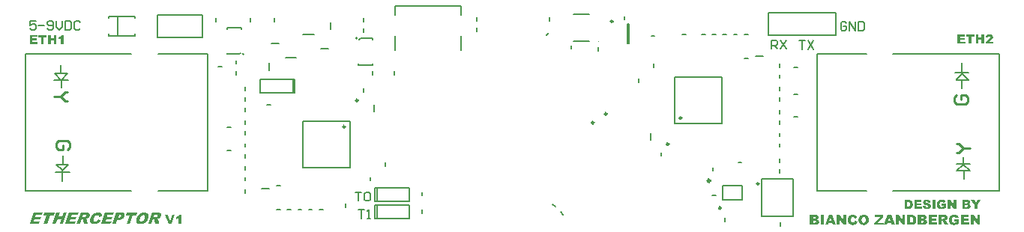
<source format=gbr>
G04 Layer_Color=65535*
%FSLAX44Y44*%
%MOMM*%
G71*
G01*
G75*
%ADD31C,0.3000*%
%ADD34C,0.1500*%
%ADD35C,0.2000*%
%ADD86C,0.2500*%
%ADD87C,0.2540*%
%ADD88C,0.1000*%
%ADD89C,0.1270*%
%ADD90C,0.1800*%
G36*
X42722Y10000D02*
X38793D01*
X40526Y15131D01*
X36250D01*
X34517Y10000D01*
X30599D01*
X34898Y22678D01*
X38816D01*
X37313Y18240D01*
X41589D01*
X43092Y22678D01*
X47021D01*
X42722Y10000D01*
D02*
G37*
G36*
X947078Y20328D02*
X947149D01*
X947241Y20318D01*
X947342D01*
X947454Y20308D01*
X947576Y20298D01*
X947840Y20257D01*
X948135Y20217D01*
X948460Y20156D01*
X948795Y20074D01*
X949151Y19973D01*
X949506Y19851D01*
X949862Y19709D01*
X950207Y19536D01*
X950543Y19333D01*
X950868Y19099D01*
X951162Y18835D01*
X951183Y18815D01*
X951223Y18764D01*
X951304Y18683D01*
X951396Y18561D01*
X951518Y18408D01*
X951640Y18225D01*
X951782Y18002D01*
X951924Y17748D01*
X952056Y17473D01*
X952199Y17158D01*
X952320Y16813D01*
X952442Y16437D01*
X952534Y16031D01*
X952615Y15604D01*
X952656Y15137D01*
X952676Y14649D01*
Y14639D01*
Y14629D01*
Y14598D01*
Y14568D01*
Y14466D01*
X952666Y14324D01*
X952656Y14161D01*
X952646Y13968D01*
X952625Y13755D01*
X952595Y13521D01*
X952554Y13267D01*
X952514Y13013D01*
X952463Y12749D01*
X952402Y12475D01*
X952320Y12211D01*
X952229Y11946D01*
X952128Y11692D01*
X952016Y11449D01*
X952005Y11438D01*
X951985Y11398D01*
X951945Y11327D01*
X951894Y11245D01*
X951823Y11134D01*
X951741Y11012D01*
X951640Y10880D01*
X951528Y10737D01*
X951406Y10585D01*
X951264Y10422D01*
X951101Y10260D01*
X950939Y10097D01*
X950756Y9935D01*
X950553Y9782D01*
X950339Y9640D01*
X950116Y9498D01*
X950106Y9488D01*
X950055Y9467D01*
X949994Y9437D01*
X949892Y9386D01*
X949770Y9335D01*
X949628Y9284D01*
X949455Y9213D01*
X949262Y9152D01*
X949049Y9091D01*
X948815Y9031D01*
X948561Y8970D01*
X948287Y8919D01*
X947992Y8868D01*
X947688Y8837D01*
X947362Y8817D01*
X947017Y8807D01*
X946834D01*
X946702Y8817D01*
X946540Y8827D01*
X946357Y8837D01*
X946153Y8858D01*
X945920Y8878D01*
X945686Y8919D01*
X945432Y8949D01*
X945168Y9000D01*
X944904Y9061D01*
X944650Y9132D01*
X944386Y9213D01*
X944142Y9305D01*
X943898Y9406D01*
X943888Y9417D01*
X943847Y9437D01*
X943776Y9467D01*
X943695Y9518D01*
X943593Y9589D01*
X943471Y9660D01*
X943329Y9762D01*
X943187Y9874D01*
X943034Y9996D01*
X942872Y10138D01*
X942699Y10290D01*
X942536Y10463D01*
X942364Y10646D01*
X942201Y10849D01*
X942049Y11073D01*
X941896Y11306D01*
X941886Y11327D01*
X941866Y11367D01*
X941825Y11438D01*
X941774Y11540D01*
X941724Y11672D01*
X941653Y11825D01*
X941591Y11997D01*
X941520Y12200D01*
X941449Y12424D01*
X941378Y12668D01*
X941307Y12942D01*
X941256Y13227D01*
X941206Y13531D01*
X941165Y13857D01*
X941144Y14202D01*
X941134Y14557D01*
Y14568D01*
Y14588D01*
Y14629D01*
Y14679D01*
X941144Y14740D01*
Y14822D01*
X941155Y14913D01*
Y15005D01*
X941165Y15116D01*
X941185Y15238D01*
X941216Y15502D01*
X941266Y15797D01*
X941327Y16112D01*
X941409Y16447D01*
X941500Y16803D01*
X941622Y17148D01*
X941774Y17504D01*
X941947Y17859D01*
X942150Y18195D01*
X942384Y18520D01*
X942648Y18815D01*
X942669Y18835D01*
X942719Y18875D01*
X942811Y18957D01*
X942933Y19048D01*
X943085Y19170D01*
X943278Y19292D01*
X943492Y19434D01*
X943745Y19577D01*
X944040Y19719D01*
X944355Y19861D01*
X944700Y19983D01*
X945076Y20105D01*
X945483Y20196D01*
X945920Y20278D01*
X946387Y20318D01*
X946885Y20339D01*
X947007D01*
X947078Y20328D01*
D02*
G37*
G36*
X892956Y20135D02*
X893098Y20125D01*
X893250Y20105D01*
X893423Y20074D01*
X893606Y20044D01*
X893799Y20003D01*
X894002Y19952D01*
X894215Y19881D01*
X894419Y19810D01*
X894622Y19719D01*
X894815Y19607D01*
X894998Y19485D01*
X895171Y19343D01*
X895181Y19333D01*
X895211Y19302D01*
X895252Y19262D01*
X895303Y19201D01*
X895374Y19119D01*
X895445Y19028D01*
X895526Y18916D01*
X895607Y18794D01*
X895678Y18662D01*
X895760Y18510D01*
X895831Y18347D01*
X895902Y18164D01*
X895953Y17981D01*
X895993Y17788D01*
X896024Y17575D01*
X896034Y17362D01*
Y17351D01*
Y17321D01*
Y17270D01*
X896024Y17199D01*
X896014Y17108D01*
X896004Y17016D01*
X895983Y16904D01*
X895953Y16783D01*
X895882Y16518D01*
X895831Y16376D01*
X895770Y16234D01*
X895699Y16092D01*
X895618Y15949D01*
X895526Y15807D01*
X895414Y15675D01*
Y15665D01*
X895394Y15655D01*
X895343Y15594D01*
X895242Y15513D01*
X895109Y15401D01*
X894947Y15279D01*
X894734Y15157D01*
X894490Y15035D01*
X894215Y14923D01*
X894226D01*
X894266Y14913D01*
X894327Y14893D01*
X894408Y14872D01*
X894510Y14832D01*
X894622Y14791D01*
X894754Y14751D01*
X894886Y14690D01*
X895171Y14557D01*
X895465Y14385D01*
X895740Y14171D01*
X895872Y14060D01*
X895983Y13928D01*
X895993Y13917D01*
X896004Y13897D01*
X896034Y13857D01*
X896075Y13806D01*
X896115Y13735D01*
X896166Y13653D01*
X896217Y13552D01*
X896268Y13450D01*
X896319Y13328D01*
X896369Y13186D01*
X896420Y13044D01*
X896461Y12891D01*
X896501Y12729D01*
X896532Y12546D01*
X896542Y12363D01*
X896552Y12170D01*
Y12160D01*
Y12129D01*
Y12089D01*
X896542Y12028D01*
Y11946D01*
X896532Y11855D01*
X896522Y11753D01*
X896501Y11652D01*
X896451Y11408D01*
X896379Y11144D01*
X896278Y10869D01*
X896146Y10605D01*
Y10595D01*
X896125Y10575D01*
X896105Y10534D01*
X896075Y10494D01*
X896034Y10433D01*
X895983Y10361D01*
X895851Y10209D01*
X895699Y10036D01*
X895506Y9853D01*
X895292Y9671D01*
X895038Y9508D01*
X895018Y9498D01*
X894957Y9467D01*
X894917Y9447D01*
X894855Y9427D01*
X894795Y9396D01*
X894713Y9376D01*
X894632Y9345D01*
X894530Y9315D01*
X894429Y9284D01*
X894307Y9254D01*
X894185Y9223D01*
X894043Y9193D01*
X893901Y9163D01*
X893738Y9142D01*
X893728D01*
X893687Y9132D01*
X893626D01*
X893545Y9122D01*
X893454Y9112D01*
X893352Y9102D01*
X893108Y9071D01*
X892844Y9041D01*
X892590Y9020D01*
X892478Y9010D01*
X892366D01*
X892275Y9000D01*
X886250D01*
Y20145D01*
X892844D01*
X892956Y20135D01*
D02*
G37*
G36*
X82432Y22886D02*
X82594D01*
X82790Y22863D01*
X83021Y22851D01*
X83264Y22817D01*
X83530Y22782D01*
X83807Y22724D01*
X84096Y22666D01*
X84385Y22586D01*
X84674Y22493D01*
X84940Y22378D01*
X85194Y22250D01*
X85437Y22100D01*
X85645Y21927D01*
X85656Y21915D01*
X85691Y21881D01*
X85737Y21823D01*
X85807Y21742D01*
X85887Y21638D01*
X85968Y21511D01*
X86072Y21360D01*
X86165Y21187D01*
X86257Y20991D01*
X86350Y20771D01*
X86442Y20528D01*
X86523Y20263D01*
X86581Y19962D01*
X86627Y19650D01*
X86662Y19315D01*
X86673Y18945D01*
X82952Y18182D01*
Y18194D01*
Y18205D01*
Y18275D01*
Y18379D01*
X82940Y18506D01*
Y18645D01*
X82917Y18783D01*
X82894Y18910D01*
X82859Y19026D01*
X82848Y19049D01*
X82825Y19095D01*
X82779Y19176D01*
X82721Y19280D01*
X82640Y19396D01*
X82548Y19511D01*
X82432Y19615D01*
X82293Y19719D01*
X82270Y19731D01*
X82224Y19754D01*
X82143Y19800D01*
X82027Y19847D01*
X81877Y19881D01*
X81715Y19928D01*
X81519Y19951D01*
X81311Y19962D01*
X81253D01*
X81184Y19951D01*
X81080D01*
X80964Y19928D01*
X80826Y19904D01*
X80675Y19870D01*
X80502Y19823D01*
X80329Y19766D01*
X80132Y19696D01*
X79936Y19615D01*
X79728Y19511D01*
X79520Y19384D01*
X79311Y19246D01*
X79103Y19072D01*
X78895Y18887D01*
X78884Y18876D01*
X78861Y18853D01*
X78815Y18806D01*
X78757Y18737D01*
X78687Y18656D01*
X78618Y18541D01*
X78526Y18425D01*
X78422Y18275D01*
X78318Y18113D01*
X78202Y17928D01*
X78087Y17720D01*
X77971Y17489D01*
X77855Y17246D01*
X77740Y16980D01*
X77624Y16691D01*
X77509Y16379D01*
X77497Y16356D01*
X77474Y16287D01*
X77451Y16183D01*
X77405Y16044D01*
X77358Y15871D01*
X77301Y15675D01*
X77243Y15455D01*
X77197Y15235D01*
X77104Y14750D01*
X77081Y14507D01*
X77058Y14276D01*
Y14045D01*
X77069Y13837D01*
X77104Y13652D01*
X77162Y13490D01*
Y13479D01*
X77185Y13455D01*
X77208Y13421D01*
X77243Y13375D01*
X77289Y13305D01*
X77347Y13247D01*
X77416Y13178D01*
X77497Y13109D01*
X77590Y13028D01*
X77705Y12959D01*
X77832Y12901D01*
X77971Y12843D01*
X78133Y12785D01*
X78306Y12751D01*
X78491Y12728D01*
X78699Y12716D01*
X78803D01*
X78884Y12728D01*
X78988Y12739D01*
X79092Y12751D01*
X79219Y12774D01*
X79358Y12797D01*
X79658Y12866D01*
X79982Y12982D01*
X80144Y13051D01*
X80294Y13132D01*
X80456Y13236D01*
X80606Y13340D01*
X80617Y13352D01*
X80641Y13375D01*
X80687Y13409D01*
X80745Y13455D01*
X80814Y13525D01*
X80895Y13606D01*
X80987Y13698D01*
X81091Y13814D01*
X81195Y13929D01*
X81311Y14068D01*
X81438Y14218D01*
X81565Y14392D01*
X81692Y14565D01*
X81819Y14762D01*
X81946Y14970D01*
X82074Y15189D01*
X85148Y14137D01*
X85136Y14126D01*
X85113Y14068D01*
X85067Y13999D01*
X84998Y13895D01*
X84917Y13768D01*
X84824Y13629D01*
X84720Y13467D01*
X84593Y13294D01*
X84466Y13109D01*
X84316Y12912D01*
X83992Y12508D01*
X83634Y12103D01*
X83241Y11722D01*
X83229Y11710D01*
X83195Y11676D01*
X83137Y11630D01*
X83056Y11560D01*
X82952Y11479D01*
X82836Y11398D01*
X82698Y11294D01*
X82548Y11179D01*
X82374Y11063D01*
X82201Y10948D01*
X82004Y10821D01*
X81796Y10705D01*
X81357Y10474D01*
X80895Y10266D01*
X80883D01*
X80837Y10243D01*
X80768Y10220D01*
X80675Y10185D01*
X80548Y10150D01*
X80409Y10116D01*
X80236Y10069D01*
X80051Y10023D01*
X79843Y9977D01*
X79612Y9931D01*
X79369Y9896D01*
X79115Y9861D01*
X78838Y9827D01*
X78549Y9804D01*
X78237Y9792D01*
X77925Y9780D01*
X77728D01*
X77590Y9792D01*
X77416Y9804D01*
X77208Y9815D01*
X76989Y9827D01*
X76757Y9861D01*
X76503Y9884D01*
X76237Y9931D01*
X75717Y10035D01*
X75451Y10104D01*
X75197Y10185D01*
X74966Y10277D01*
X74746Y10381D01*
X74735Y10393D01*
X74700Y10416D01*
X74643Y10451D01*
X74573Y10497D01*
X74481Y10566D01*
X74377Y10647D01*
X74261Y10751D01*
X74145Y10867D01*
X74018Y11006D01*
X73891Y11156D01*
X73764Y11329D01*
X73637Y11525D01*
X73510Y11734D01*
X73406Y11965D01*
X73302Y12219D01*
X73209Y12485D01*
Y12508D01*
X73198Y12554D01*
X73175Y12635D01*
X73152Y12762D01*
X73128Y12912D01*
X73117Y13086D01*
X73094Y13294D01*
Y13536D01*
Y13802D01*
X73105Y14103D01*
X73140Y14415D01*
X73186Y14762D01*
X73244Y15131D01*
X73337Y15524D01*
X73440Y15929D01*
X73579Y16368D01*
Y16379D01*
X73591Y16403D01*
X73602Y16449D01*
X73625Y16507D01*
X73660Y16576D01*
X73695Y16668D01*
X73730Y16772D01*
X73776Y16888D01*
X73833Y17015D01*
X73891Y17154D01*
X74030Y17454D01*
X74203Y17789D01*
X74388Y18148D01*
X74608Y18529D01*
X74851Y18934D01*
X75128Y19326D01*
X75428Y19731D01*
X75752Y20124D01*
X76099Y20505D01*
X76480Y20864D01*
X76884Y21199D01*
X76896D01*
X76908Y21222D01*
X76942Y21245D01*
X76989Y21268D01*
X77046Y21314D01*
X77116Y21360D01*
X77197Y21407D01*
X77289Y21465D01*
X77497Y21592D01*
X77763Y21742D01*
X78063Y21892D01*
X78398Y22054D01*
X78768Y22204D01*
X79173Y22366D01*
X79612Y22505D01*
X80074Y22632D01*
X80571Y22736D01*
X81091Y22828D01*
X81635Y22875D01*
X82201Y22898D01*
X82305D01*
X82432Y22886D01*
D02*
G37*
G36*
X109406Y22666D02*
X109556D01*
X109729Y22643D01*
X109926Y22620D01*
X110134Y22597D01*
X110365Y22551D01*
X110596Y22493D01*
X110839Y22435D01*
X111082Y22343D01*
X111301Y22250D01*
X111521Y22135D01*
X111729Y21996D01*
X111902Y21846D01*
X112052Y21661D01*
X112064Y21649D01*
X112087Y21615D01*
X112110Y21557D01*
X112156Y21476D01*
X112203Y21372D01*
X112249Y21245D01*
X112295Y21095D01*
X112330Y20921D01*
X112365Y20725D01*
X112388Y20517D01*
X112399Y20274D01*
X112388Y20020D01*
X112365Y19743D01*
X112318Y19442D01*
X112237Y19118D01*
X112133Y18783D01*
X112122Y18760D01*
X112099Y18702D01*
X112064Y18598D01*
X112006Y18471D01*
X111937Y18310D01*
X111845Y18125D01*
X111740Y17917D01*
X111613Y17685D01*
X111475Y17454D01*
X111313Y17212D01*
X111128Y16957D01*
X110932Y16703D01*
X110712Y16460D01*
X110481Y16218D01*
X110226Y15986D01*
X109949Y15778D01*
X109938Y15767D01*
X109880Y15732D01*
X109799Y15675D01*
X109672Y15617D01*
X109522Y15524D01*
X109348Y15443D01*
X109140Y15339D01*
X108897Y15247D01*
X108632Y15143D01*
X108331Y15039D01*
X108019Y14958D01*
X107672Y14877D01*
X107303Y14808D01*
X106910Y14750D01*
X106505Y14715D01*
X106066Y14704D01*
X103928D01*
X102333Y10000D01*
X98404D01*
X102703Y22678D01*
X109302D01*
X109406Y22666D01*
D02*
G37*
G36*
X125459Y19546D02*
X121460D01*
X118224Y10000D01*
X114306D01*
X117542Y19546D01*
X113543D01*
X114607Y22678D01*
X126522D01*
X125459Y19546D01*
D02*
G37*
G36*
X150063Y22666D02*
X150237D01*
X150422Y22655D01*
X150630Y22643D01*
X151057Y22597D01*
X151508Y22551D01*
X151716Y22516D01*
X151924Y22470D01*
X152109Y22424D01*
X152282Y22366D01*
X152294D01*
X152317Y22354D01*
X152363Y22331D01*
X152421Y22308D01*
X152490Y22273D01*
X152571Y22227D01*
X152745Y22100D01*
X152941Y21950D01*
X153126Y21742D01*
X153218Y21626D01*
X153299Y21499D01*
X153380Y21360D01*
X153438Y21210D01*
Y21199D01*
X153450Y21176D01*
X153461Y21129D01*
X153484Y21060D01*
X153496Y20979D01*
X153507Y20875D01*
X153531Y20771D01*
X153542Y20632D01*
Y20494D01*
Y20332D01*
Y20170D01*
X153519Y19985D01*
X153496Y19789D01*
X153450Y19592D01*
X153403Y19373D01*
X153334Y19153D01*
Y19142D01*
X153322Y19107D01*
X153299Y19049D01*
X153265Y18980D01*
X153230Y18887D01*
X153184Y18772D01*
X153126Y18656D01*
X153068Y18529D01*
X152918Y18240D01*
X152733Y17940D01*
X152514Y17628D01*
X152259Y17327D01*
X152248Y17316D01*
X152225Y17292D01*
X152190Y17258D01*
X152132Y17200D01*
X152063Y17131D01*
X151982Y17061D01*
X151889Y16980D01*
X151785Y16888D01*
X151543Y16691D01*
X151265Y16484D01*
X150942Y16276D01*
X150595Y16091D01*
X150583D01*
X150572Y16079D01*
X150537Y16067D01*
X150491Y16044D01*
X150422Y16010D01*
X150352Y15986D01*
X150272Y15952D01*
X150179Y15917D01*
X149948Y15836D01*
X149694Y15755D01*
X149382Y15663D01*
X149046Y15582D01*
X149058D01*
X149070Y15570D01*
X149104Y15559D01*
X149150Y15547D01*
X149255Y15501D01*
X149393Y15443D01*
X149532Y15362D01*
X149670Y15293D01*
X149809Y15201D01*
X149913Y15120D01*
X149925Y15108D01*
X149948Y15085D01*
X149983Y15039D01*
X150029Y14981D01*
X150075Y14889D01*
X150144Y14773D01*
X150225Y14623D01*
X150306Y14449D01*
X150318Y14426D01*
X150341Y14369D01*
X150387Y14276D01*
X150433Y14160D01*
X150479Y14033D01*
X150526Y13906D01*
X150560Y13779D01*
X150583Y13664D01*
X151254Y10000D01*
X146827D01*
X146042Y13872D01*
Y13883D01*
X146030Y13906D01*
Y13941D01*
X146018Y13987D01*
X145984Y14126D01*
X145938Y14276D01*
X145891Y14438D01*
X145822Y14600D01*
X145741Y14738D01*
X145707Y14796D01*
X145660Y14842D01*
X145649Y14854D01*
X145603Y14889D01*
X145533Y14935D01*
X145429Y14993D01*
X145314Y15050D01*
X145163Y15097D01*
X144990Y15131D01*
X144805Y15143D01*
X144458D01*
X142713Y10000D01*
X138784D01*
X143083Y22678D01*
X149913D01*
X150063Y22666D01*
D02*
G37*
G36*
X1001434Y20135D02*
X1001556D01*
X1001708Y20125D01*
X1001871Y20115D01*
X1002054Y20095D01*
X1002247Y20074D01*
X1002440Y20044D01*
X1002846Y19973D01*
X1003253Y19871D01*
X1003436Y19800D01*
X1003618Y19729D01*
X1003628D01*
X1003659Y19709D01*
X1003710Y19688D01*
X1003771Y19658D01*
X1003852Y19607D01*
X1003943Y19556D01*
X1004045Y19495D01*
X1004167Y19434D01*
X1004411Y19262D01*
X1004665Y19058D01*
X1004919Y18825D01*
X1005163Y18550D01*
X1005173Y18540D01*
X1005193Y18520D01*
X1005224Y18469D01*
X1005264Y18418D01*
X1005315Y18347D01*
X1005366Y18256D01*
X1005437Y18154D01*
X1005498Y18042D01*
X1005569Y17921D01*
X1005650Y17778D01*
X1005722Y17636D01*
X1005793Y17473D01*
X1005935Y17138D01*
X1006047Y16762D01*
Y16752D01*
X1006057Y16722D01*
X1006077Y16661D01*
X1006087Y16589D01*
X1006107Y16488D01*
X1006138Y16376D01*
X1006158Y16254D01*
X1006189Y16112D01*
X1006209Y15960D01*
X1006229Y15787D01*
X1006260Y15614D01*
X1006280Y15421D01*
X1006311Y15025D01*
X1006321Y14608D01*
Y14588D01*
Y14527D01*
Y14436D01*
X1006311Y14314D01*
Y14161D01*
X1006301Y13989D01*
X1006290Y13795D01*
X1006270Y13592D01*
X1006250Y13369D01*
X1006219Y13145D01*
X1006148Y12688D01*
X1006097Y12454D01*
X1006047Y12241D01*
X1005975Y12028D01*
X1005904Y11835D01*
Y11825D01*
X1005884Y11794D01*
X1005864Y11743D01*
X1005833Y11672D01*
X1005793Y11591D01*
X1005742Y11489D01*
X1005681Y11377D01*
X1005610Y11256D01*
X1005447Y11001D01*
X1005254Y10717D01*
X1005031Y10443D01*
X1004777Y10179D01*
X1004766Y10168D01*
X1004746Y10148D01*
X1004706Y10118D01*
X1004655Y10077D01*
X1004584Y10016D01*
X1004502Y9955D01*
X1004411Y9894D01*
X1004309Y9823D01*
X1004086Y9671D01*
X1003821Y9528D01*
X1003537Y9396D01*
X1003385Y9345D01*
X1003232Y9295D01*
X1003222D01*
X1003182Y9284D01*
X1003120Y9264D01*
X1003039Y9254D01*
X1002938Y9223D01*
X1002826Y9203D01*
X1002694Y9173D01*
X1002551Y9152D01*
X1002399Y9122D01*
X1002226Y9091D01*
X1001891Y9051D01*
X1001535Y9010D01*
X1001180Y9000D01*
X996069D01*
Y20145D01*
X1001322D01*
X1001434Y20135D01*
D02*
G37*
G36*
X1014835D02*
X1014977Y20125D01*
X1015130Y20105D01*
X1015302Y20074D01*
X1015485Y20044D01*
X1015678Y20003D01*
X1015882Y19952D01*
X1016095Y19881D01*
X1016298Y19810D01*
X1016501Y19719D01*
X1016694Y19607D01*
X1016877Y19485D01*
X1017050Y19343D01*
X1017060Y19333D01*
X1017091Y19302D01*
X1017131Y19262D01*
X1017182Y19201D01*
X1017253Y19119D01*
X1017324Y19028D01*
X1017405Y18916D01*
X1017487Y18794D01*
X1017558Y18662D01*
X1017639Y18510D01*
X1017710Y18347D01*
X1017781Y18164D01*
X1017832Y17981D01*
X1017873Y17788D01*
X1017903Y17575D01*
X1017914Y17362D01*
Y17351D01*
Y17321D01*
Y17270D01*
X1017903Y17199D01*
X1017893Y17108D01*
X1017883Y17016D01*
X1017863Y16904D01*
X1017832Y16783D01*
X1017761Y16518D01*
X1017710Y16376D01*
X1017649Y16234D01*
X1017578Y16092D01*
X1017497Y15949D01*
X1017405Y15807D01*
X1017294Y15675D01*
Y15665D01*
X1017273Y15655D01*
X1017223Y15594D01*
X1017121Y15513D01*
X1016989Y15401D01*
X1016826Y15279D01*
X1016613Y15157D01*
X1016369Y15035D01*
X1016095Y14923D01*
X1016105D01*
X1016146Y14913D01*
X1016207Y14893D01*
X1016288Y14872D01*
X1016389Y14832D01*
X1016501Y14791D01*
X1016633Y14751D01*
X1016765Y14690D01*
X1017050Y14557D01*
X1017345Y14385D01*
X1017619Y14171D01*
X1017751Y14060D01*
X1017863Y13928D01*
X1017873Y13917D01*
X1017883Y13897D01*
X1017914Y13857D01*
X1017954Y13806D01*
X1017995Y13735D01*
X1018046Y13653D01*
X1018096Y13552D01*
X1018147Y13450D01*
X1018198Y13328D01*
X1018249Y13186D01*
X1018299Y13044D01*
X1018340Y12891D01*
X1018381Y12729D01*
X1018411Y12546D01*
X1018421Y12363D01*
X1018432Y12170D01*
Y12160D01*
Y12129D01*
Y12089D01*
X1018421Y12028D01*
Y11946D01*
X1018411Y11855D01*
X1018401Y11753D01*
X1018381Y11652D01*
X1018330Y11408D01*
X1018259Y11144D01*
X1018157Y10869D01*
X1018025Y10605D01*
Y10595D01*
X1018005Y10575D01*
X1017985Y10534D01*
X1017954Y10494D01*
X1017914Y10433D01*
X1017863Y10361D01*
X1017731Y10209D01*
X1017578Y10036D01*
X1017385Y9853D01*
X1017172Y9671D01*
X1016918Y9508D01*
X1016898Y9498D01*
X1016836Y9467D01*
X1016796Y9447D01*
X1016735Y9427D01*
X1016674Y9396D01*
X1016593Y9376D01*
X1016511Y9345D01*
X1016410Y9315D01*
X1016308Y9284D01*
X1016186Y9254D01*
X1016064Y9223D01*
X1015922Y9193D01*
X1015780Y9163D01*
X1015617Y9142D01*
X1015607D01*
X1015566Y9132D01*
X1015506D01*
X1015424Y9122D01*
X1015333Y9112D01*
X1015231Y9102D01*
X1014987Y9071D01*
X1014723Y9041D01*
X1014469Y9020D01*
X1014358Y9010D01*
X1014246D01*
X1014154Y9000D01*
X1008129D01*
Y20145D01*
X1014723D01*
X1014835Y20135D01*
D02*
G37*
G36*
X1029445Y17768D02*
X1023664D01*
Y15990D01*
X1029018D01*
Y13714D01*
X1023664D01*
Y11520D01*
X1029608D01*
Y9000D01*
X1020210D01*
Y20145D01*
X1029445D01*
Y17768D01*
D02*
G37*
G36*
X981957Y9000D02*
X978350D01*
X977792Y10839D01*
X973890D01*
X973342Y9000D01*
X969826D01*
X974012Y20145D01*
X977771D01*
X981957Y9000D01*
D02*
G37*
G36*
X901937D02*
X898483D01*
Y20145D01*
X901937D01*
Y9000D01*
D02*
G37*
G36*
X915399D02*
X911792D01*
X911234Y10839D01*
X907332D01*
X906783Y9000D01*
X903268D01*
X907454Y20145D01*
X911213D01*
X915399Y9000D01*
D02*
G37*
G36*
X969186Y17910D02*
X962917Y11398D01*
X969410D01*
Y9000D01*
X958833D01*
Y11306D01*
X965021Y17768D01*
X959433D01*
Y20145D01*
X969186D01*
Y17910D01*
D02*
G37*
G36*
X1061404Y221979D02*
X1056143D01*
Y220361D01*
X1061016D01*
Y218290D01*
X1056143D01*
Y216293D01*
X1061552D01*
Y214000D01*
X1053000D01*
Y224142D01*
X1061404D01*
Y221979D01*
D02*
G37*
G36*
X1072055Y221637D02*
X1068856D01*
Y214000D01*
X1065722D01*
Y221637D01*
X1062523D01*
Y224142D01*
X1072055D01*
Y221637D01*
D02*
G37*
G36*
X1089132Y224309D02*
X1089252D01*
X1089400Y224300D01*
X1089557Y224290D01*
X1089733Y224272D01*
X1089908Y224253D01*
X1090103Y224235D01*
X1090482Y224170D01*
X1090676Y224133D01*
X1090861Y224087D01*
X1091036Y224041D01*
X1091194Y223976D01*
X1091203D01*
X1091231Y223958D01*
X1091277Y223939D01*
X1091332Y223911D01*
X1091397Y223874D01*
X1091480Y223828D01*
X1091665Y223717D01*
X1091878Y223569D01*
X1092090Y223393D01*
X1092303Y223181D01*
X1092497Y222931D01*
X1092506Y222922D01*
X1092516Y222903D01*
X1092543Y222857D01*
X1092571Y222811D01*
X1092608Y222746D01*
X1092645Y222663D01*
X1092691Y222571D01*
X1092738Y222469D01*
X1092784Y222358D01*
X1092830Y222238D01*
X1092904Y221970D01*
X1092960Y221674D01*
X1092969Y221517D01*
X1092978Y221360D01*
Y221350D01*
Y221322D01*
Y221267D01*
X1092969Y221202D01*
X1092960Y221119D01*
X1092950Y221017D01*
X1092932Y220907D01*
X1092913Y220786D01*
X1092886Y220657D01*
X1092849Y220518D01*
X1092802Y220370D01*
X1092747Y220213D01*
X1092682Y220065D01*
X1092617Y219899D01*
X1092525Y219741D01*
X1092432Y219584D01*
X1092423Y219575D01*
X1092405Y219547D01*
X1092377Y219501D01*
X1092321Y219436D01*
X1092266Y219363D01*
X1092183Y219261D01*
X1092090Y219159D01*
X1091980Y219039D01*
X1091850Y218900D01*
X1091711Y218762D01*
X1091545Y218604D01*
X1091369Y218447D01*
X1091166Y218272D01*
X1090953Y218096D01*
X1090713Y217911D01*
X1090454Y217726D01*
X1090445Y217717D01*
X1090417Y217698D01*
X1090371Y217670D01*
X1090315Y217633D01*
X1090250Y217587D01*
X1090167Y217532D01*
X1089992Y217402D01*
X1089807Y217273D01*
X1089613Y217134D01*
X1089446Y217005D01*
X1089381Y216949D01*
X1089317Y216903D01*
X1089307Y216894D01*
X1089270Y216857D01*
X1089206Y216811D01*
X1089123Y216737D01*
X1089030Y216653D01*
X1088910Y216552D01*
X1088781Y216432D01*
X1088642Y216293D01*
X1093043D01*
Y214000D01*
X1084592D01*
Y214018D01*
X1084602Y214056D01*
X1084611Y214120D01*
X1084629Y214213D01*
X1084648Y214324D01*
X1084675Y214453D01*
X1084712Y214601D01*
X1084759Y214758D01*
X1084805Y214934D01*
X1084870Y215119D01*
X1084944Y215313D01*
X1085017Y215516D01*
X1085119Y215720D01*
X1085221Y215932D01*
X1085341Y216145D01*
X1085471Y216348D01*
X1085480Y216358D01*
X1085508Y216395D01*
X1085554Y216459D01*
X1085619Y216542D01*
X1085702Y216653D01*
X1085813Y216774D01*
X1085942Y216922D01*
X1086090Y217088D01*
X1086266Y217273D01*
X1086469Y217467D01*
X1086700Y217680D01*
X1086950Y217911D01*
X1087227Y218151D01*
X1087532Y218410D01*
X1087874Y218678D01*
X1088235Y218956D01*
X1088253Y218965D01*
X1088290Y218993D01*
X1088355Y219048D01*
X1088438Y219104D01*
X1088531Y219187D01*
X1088642Y219270D01*
X1088771Y219372D01*
X1088901Y219473D01*
X1089169Y219695D01*
X1089428Y219936D01*
X1089548Y220047D01*
X1089650Y220158D01*
X1089742Y220259D01*
X1089816Y220352D01*
Y220361D01*
X1089835Y220370D01*
X1089853Y220398D01*
X1089872Y220435D01*
X1089927Y220527D01*
X1089992Y220648D01*
X1090056Y220786D01*
X1090112Y220934D01*
X1090149Y221101D01*
X1090167Y221258D01*
Y221267D01*
Y221276D01*
X1090158Y221332D01*
X1090149Y221424D01*
X1090121Y221535D01*
X1090084Y221655D01*
X1090019Y221785D01*
X1089936Y221924D01*
X1089816Y222053D01*
X1089798Y222071D01*
X1089751Y222108D01*
X1089677Y222155D01*
X1089585Y222219D01*
X1089455Y222284D01*
X1089307Y222330D01*
X1089141Y222367D01*
X1088956Y222386D01*
X1088901D01*
X1088864Y222376D01*
X1088771Y222367D01*
X1088642Y222339D01*
X1088503Y222303D01*
X1088355Y222238D01*
X1088207Y222155D01*
X1088069Y222044D01*
X1088050Y222025D01*
X1088013Y221979D01*
X1087985Y221942D01*
X1087958Y221887D01*
X1087921Y221831D01*
X1087884Y221766D01*
X1087847Y221692D01*
X1087810Y221600D01*
X1087773Y221507D01*
X1087736Y221397D01*
X1087699Y221276D01*
X1087671Y221147D01*
X1087643Y221008D01*
X1087616Y220851D01*
X1084796Y221073D01*
Y221082D01*
X1084805Y221128D01*
X1084814Y221184D01*
X1084823Y221267D01*
X1084842Y221369D01*
X1084870Y221489D01*
X1084897Y221618D01*
X1084934Y221757D01*
X1085008Y222053D01*
X1085119Y222358D01*
X1085239Y222663D01*
X1085313Y222802D01*
X1085397Y222931D01*
X1085406Y222941D01*
X1085415Y222959D01*
X1085443Y222996D01*
X1085480Y223042D01*
X1085526Y223098D01*
X1085582Y223162D01*
X1085646Y223236D01*
X1085720Y223310D01*
X1085803Y223393D01*
X1085896Y223477D01*
X1086108Y223643D01*
X1086358Y223810D01*
X1086645Y223958D01*
X1086654D01*
X1086682Y223976D01*
X1086728Y223995D01*
X1086793Y224013D01*
X1086876Y224041D01*
X1086978Y224069D01*
X1087098Y224105D01*
X1087227Y224142D01*
X1087384Y224170D01*
X1087551Y224207D01*
X1087736Y224235D01*
X1087930Y224263D01*
X1088152Y224281D01*
X1088374Y224300D01*
X1088623Y224318D01*
X1089021D01*
X1089132Y224309D01*
D02*
G37*
G36*
X35178Y213500D02*
X32034D01*
Y217605D01*
X28613D01*
Y213500D01*
X25479D01*
Y223642D01*
X28613D01*
Y220092D01*
X32034D01*
Y223642D01*
X35178D01*
Y213500D01*
D02*
G37*
G36*
X13404Y221479D02*
X8144D01*
Y219861D01*
X13016D01*
Y217790D01*
X8144D01*
Y215793D01*
X13552D01*
Y213500D01*
X5000D01*
Y223642D01*
X13404D01*
Y221479D01*
D02*
G37*
G36*
X24055Y221137D02*
X20856D01*
Y213500D01*
X17722D01*
Y221137D01*
X14523D01*
Y223642D01*
X24055D01*
Y221137D01*
D02*
G37*
G36*
X43184Y213500D02*
X40337D01*
Y220259D01*
X40327Y220249D01*
X40309Y220240D01*
X40272Y220212D01*
X40216Y220175D01*
X40161Y220129D01*
X40087Y220074D01*
X40004Y220018D01*
X39911Y219953D01*
X39708Y219824D01*
X39477Y219676D01*
X39236Y219537D01*
X38996Y219408D01*
X38987D01*
X38968Y219389D01*
X38931Y219380D01*
X38876Y219352D01*
X38820Y219325D01*
X38737Y219288D01*
X38654Y219251D01*
X38552Y219214D01*
X38441Y219168D01*
X38321Y219112D01*
X38182Y219066D01*
X38044Y219010D01*
X37887Y218955D01*
X37729Y218899D01*
X37378Y218789D01*
Y221100D01*
X37397Y221109D01*
X37443Y221118D01*
X37517Y221146D01*
X37619Y221183D01*
X37739Y221229D01*
X37877Y221285D01*
X38025Y221340D01*
X38192Y221414D01*
X38367Y221488D01*
X38552Y221571D01*
X38922Y221766D01*
X39283Y221978D01*
X39449Y222089D01*
X39606Y222209D01*
X39615Y222219D01*
X39643Y222237D01*
X39680Y222274D01*
X39736Y222330D01*
X39800Y222385D01*
X39884Y222468D01*
X39967Y222551D01*
X40059Y222653D01*
X40161Y222764D01*
X40263Y222884D01*
X40364Y223023D01*
X40466Y223162D01*
X40568Y223310D01*
X40669Y223476D01*
X40854Y223818D01*
X43184D01*
Y213500D01*
D02*
G37*
G36*
X59202Y19974D02*
X52626D01*
X51933Y17951D01*
X58024D01*
X57145Y15362D01*
X51055D01*
X50211Y12866D01*
X56972D01*
X56001Y10000D01*
X45311D01*
X49610Y22678D01*
X60115D01*
X59202Y19974D01*
D02*
G37*
G36*
X69442Y22666D02*
X69615D01*
X69800Y22655D01*
X70008Y22643D01*
X70436Y22597D01*
X70886Y22551D01*
X71094Y22516D01*
X71302Y22470D01*
X71487Y22424D01*
X71661Y22366D01*
X71672D01*
X71695Y22354D01*
X71742Y22331D01*
X71800Y22308D01*
X71869Y22273D01*
X71950Y22227D01*
X72123Y22100D01*
X72319Y21950D01*
X72504Y21742D01*
X72597Y21626D01*
X72678Y21499D01*
X72759Y21360D01*
X72817Y21210D01*
Y21199D01*
X72828Y21176D01*
X72840Y21129D01*
X72863Y21060D01*
X72874Y20979D01*
X72886Y20875D01*
X72909Y20771D01*
X72920Y20632D01*
Y20494D01*
Y20332D01*
Y20170D01*
X72897Y19985D01*
X72874Y19789D01*
X72828Y19592D01*
X72782Y19373D01*
X72712Y19153D01*
Y19142D01*
X72701Y19107D01*
X72678Y19049D01*
X72643Y18980D01*
X72608Y18887D01*
X72562Y18772D01*
X72504Y18656D01*
X72447Y18529D01*
X72296Y18240D01*
X72112Y17940D01*
X71892Y17628D01*
X71638Y17327D01*
X71626Y17316D01*
X71603Y17292D01*
X71568Y17258D01*
X71511Y17200D01*
X71441Y17131D01*
X71360Y17061D01*
X71268Y16980D01*
X71164Y16888D01*
X70921Y16691D01*
X70644Y16484D01*
X70320Y16276D01*
X69973Y16091D01*
X69962D01*
X69950Y16079D01*
X69916Y16067D01*
X69869Y16044D01*
X69800Y16010D01*
X69731Y15986D01*
X69650Y15952D01*
X69557Y15917D01*
X69326Y15836D01*
X69072Y15755D01*
X68760Y15663D01*
X68425Y15582D01*
X68436D01*
X68448Y15570D01*
X68483Y15559D01*
X68529Y15547D01*
X68633Y15501D01*
X68772Y15443D01*
X68910Y15362D01*
X69049Y15293D01*
X69188Y15201D01*
X69292Y15120D01*
X69303Y15108D01*
X69326Y15085D01*
X69361Y15039D01*
X69407Y14981D01*
X69453Y14889D01*
X69523Y14773D01*
X69604Y14623D01*
X69685Y14449D01*
X69696Y14426D01*
X69719Y14369D01*
X69765Y14276D01*
X69812Y14160D01*
X69858Y14033D01*
X69904Y13906D01*
X69939Y13779D01*
X69962Y13664D01*
X70632Y10000D01*
X66206D01*
X65420Y13872D01*
Y13883D01*
X65408Y13906D01*
Y13941D01*
X65397Y13987D01*
X65362Y14126D01*
X65316Y14276D01*
X65270Y14438D01*
X65200Y14600D01*
X65120Y14738D01*
X65085Y14796D01*
X65039Y14842D01*
X65027Y14854D01*
X64981Y14889D01*
X64911Y14935D01*
X64808Y14993D01*
X64692Y15050D01*
X64542Y15097D01*
X64368Y15131D01*
X64183Y15143D01*
X63837D01*
X62092Y10000D01*
X58162D01*
X62461Y22678D01*
X69292D01*
X69442Y22666D01*
D02*
G37*
G36*
X99513Y19974D02*
X92937D01*
X92244Y17951D01*
X98334D01*
X97456Y15362D01*
X91365D01*
X90522Y12866D01*
X97283D01*
X96312Y10000D01*
X85622D01*
X89921Y22678D01*
X100426D01*
X99513Y19974D01*
D02*
G37*
G36*
X32055Y19546D02*
X28056D01*
X24820Y10000D01*
X20902D01*
X24138Y19546D01*
X20140D01*
X21203Y22678D01*
X33118D01*
X32055Y19546D01*
D02*
G37*
G36*
X1083178Y214000D02*
X1080034D01*
Y218105D01*
X1076613D01*
Y214000D01*
X1073479D01*
Y224142D01*
X1076613D01*
Y220592D01*
X1080034D01*
Y224142D01*
X1083178D01*
Y214000D01*
D02*
G37*
G36*
X134623Y22886D02*
X134716D01*
X134820Y22875D01*
X134924D01*
X135190Y22851D01*
X135478Y22805D01*
X135802Y22759D01*
X136137Y22690D01*
X136496Y22597D01*
X136854Y22482D01*
X137212Y22343D01*
X137570Y22181D01*
X137894Y21985D01*
X138206Y21753D01*
X138483Y21488D01*
X138599Y21337D01*
X138715Y21187D01*
X138726Y21164D01*
X138761Y21106D01*
X138807Y21014D01*
X138876Y20875D01*
X138946Y20702D01*
X139015Y20494D01*
X139084Y20240D01*
X139154Y19951D01*
X139200Y19639D01*
X139235Y19280D01*
X139246Y18887D01*
X139235Y18460D01*
X139188Y17997D01*
X139107Y17512D01*
X138980Y16980D01*
X138899Y16715D01*
X138807Y16426D01*
Y16414D01*
X138795Y16403D01*
X138784Y16368D01*
X138772Y16333D01*
X138726Y16218D01*
X138668Y16056D01*
X138587Y15871D01*
X138506Y15651D01*
X138391Y15409D01*
X138275Y15143D01*
X138137Y14854D01*
X137986Y14565D01*
X137825Y14265D01*
X137640Y13952D01*
X137455Y13652D01*
X137247Y13352D01*
X137039Y13063D01*
X136808Y12785D01*
X136796Y12774D01*
X136750Y12728D01*
X136680Y12647D01*
X136588Y12554D01*
X136472Y12427D01*
X136334Y12288D01*
X136172Y12138D01*
X135987Y11976D01*
X135779Y11803D01*
X135559Y11618D01*
X135317Y11433D01*
X135063Y11248D01*
X134797Y11063D01*
X134508Y10890D01*
X134207Y10728D01*
X133895Y10566D01*
X133872Y10555D01*
X133814Y10532D01*
X133722Y10497D01*
X133606Y10439D01*
X133444Y10381D01*
X133260Y10324D01*
X133040Y10243D01*
X132797Y10173D01*
X132531Y10104D01*
X132231Y10035D01*
X131931Y9965D01*
X131595Y9908D01*
X131249Y9850D01*
X130879Y9815D01*
X130509Y9792D01*
X130116Y9780D01*
X129908D01*
X129758Y9792D01*
X129584Y9804D01*
X129376Y9815D01*
X129145Y9838D01*
X128891Y9861D01*
X128637Y9908D01*
X128359Y9942D01*
X128082Y10000D01*
X127805Y10069D01*
X127527Y10150D01*
X127273Y10243D01*
X127019Y10347D01*
X126788Y10462D01*
X126776Y10474D01*
X126741Y10497D01*
X126672Y10532D01*
X126603Y10589D01*
X126510Y10670D01*
X126395Y10751D01*
X126279Y10867D01*
X126164Y10994D01*
X126025Y11133D01*
X125898Y11294D01*
X125771Y11468D01*
X125644Y11664D01*
X125528Y11872D01*
X125424Y12103D01*
X125331Y12358D01*
X125251Y12623D01*
Y12647D01*
X125239Y12693D01*
X125227Y12774D01*
X125204Y12889D01*
X125193Y13039D01*
X125170Y13213D01*
Y13409D01*
X125158Y13641D01*
X125170Y13895D01*
X125181Y14172D01*
X125216Y14484D01*
X125262Y14808D01*
X125320Y15154D01*
X125412Y15524D01*
X125516Y15917D01*
X125644Y16322D01*
Y16333D01*
X125655Y16356D01*
X125667Y16403D01*
X125690Y16460D01*
X125724Y16530D01*
X125759Y16622D01*
X125794Y16726D01*
X125840Y16830D01*
X125898Y16957D01*
X125956Y17096D01*
X126094Y17397D01*
X126268Y17732D01*
X126464Y18090D01*
X126684Y18471D01*
X126926Y18876D01*
X127204Y19269D01*
X127504Y19673D01*
X127839Y20078D01*
X128198Y20459D01*
X128590Y20829D01*
X129007Y21164D01*
X129018D01*
X129030Y21187D01*
X129064Y21210D01*
X129111Y21233D01*
X129168Y21280D01*
X129238Y21326D01*
X129319Y21372D01*
X129423Y21430D01*
X129642Y21569D01*
X129908Y21707D01*
X130209Y21869D01*
X130555Y22031D01*
X130937Y22193D01*
X131353Y22354D01*
X131792Y22493D01*
X132266Y22632D01*
X132774Y22736D01*
X133294Y22828D01*
X133849Y22875D01*
X134415Y22898D01*
X134554D01*
X134623Y22886D01*
D02*
G37*
G36*
X18892Y19974D02*
X12316D01*
X11622Y17951D01*
X17713D01*
X16834Y15362D01*
X10744D01*
X9900Y12866D01*
X16661D01*
X15690Y10000D01*
X5000D01*
X9299Y22678D01*
X19805D01*
X18892Y19974D01*
D02*
G37*
G36*
X1037634Y20135D02*
X1037786D01*
X1037959Y20125D01*
X1038142Y20115D01*
X1038538Y20074D01*
X1038945Y20034D01*
X1039148Y20003D01*
X1039341Y19963D01*
X1039524Y19922D01*
X1039686Y19871D01*
X1039697D01*
X1039727Y19861D01*
X1039768Y19841D01*
X1039829Y19820D01*
X1039900Y19790D01*
X1039981Y19749D01*
X1040174Y19638D01*
X1040387Y19505D01*
X1040621Y19323D01*
X1040733Y19221D01*
X1040845Y19109D01*
X1040946Y18987D01*
X1041048Y18855D01*
X1041058Y18845D01*
X1041068Y18825D01*
X1041099Y18784D01*
X1041129Y18723D01*
X1041170Y18652D01*
X1041210Y18561D01*
X1041261Y18469D01*
X1041312Y18347D01*
X1041353Y18225D01*
X1041403Y18083D01*
X1041444Y17941D01*
X1041485Y17778D01*
X1041546Y17433D01*
X1041556Y17240D01*
X1041566Y17047D01*
Y17037D01*
Y17006D01*
Y16955D01*
X1041556Y16894D01*
Y16813D01*
X1041546Y16711D01*
X1041535Y16610D01*
X1041515Y16498D01*
X1041464Y16244D01*
X1041393Y15980D01*
X1041292Y15706D01*
X1041160Y15441D01*
Y15431D01*
X1041139Y15411D01*
X1041119Y15381D01*
X1041088Y15330D01*
X1041048Y15269D01*
X1040997Y15208D01*
X1040875Y15055D01*
X1040723Y14883D01*
X1040530Y14700D01*
X1040316Y14517D01*
X1040072Y14354D01*
X1040052Y14344D01*
X1039991Y14314D01*
X1039890Y14263D01*
X1039758Y14202D01*
X1039585Y14131D01*
X1039381Y14060D01*
X1039138Y13978D01*
X1038863Y13907D01*
X1038874D01*
X1038894Y13897D01*
X1038924Y13887D01*
X1038965Y13877D01*
X1039067Y13836D01*
X1039209Y13785D01*
X1039351Y13714D01*
X1039493Y13653D01*
X1039635Y13572D01*
X1039758Y13501D01*
X1039768Y13491D01*
X1039798Y13470D01*
X1039839Y13430D01*
X1039900Y13379D01*
X1039981Y13298D01*
X1040072Y13196D01*
X1040184Y13064D01*
X1040306Y12912D01*
X1040326Y12891D01*
X1040367Y12840D01*
X1040428Y12759D01*
X1040509Y12658D01*
X1040591Y12546D01*
X1040662Y12434D01*
X1040743Y12322D01*
X1040794Y12221D01*
X1042470Y9000D01*
X1038579D01*
X1036730Y12404D01*
Y12414D01*
X1036720Y12434D01*
X1036699Y12465D01*
X1036669Y12505D01*
X1036608Y12627D01*
X1036527Y12759D01*
X1036425Y12901D01*
X1036323Y13044D01*
X1036212Y13166D01*
X1036161Y13216D01*
X1036110Y13257D01*
X1036090Y13267D01*
X1036049Y13298D01*
X1035968Y13338D01*
X1035866Y13389D01*
X1035734Y13440D01*
X1035592Y13481D01*
X1035429Y13511D01*
X1035257Y13521D01*
X1034962D01*
Y9000D01*
X1031507D01*
Y20145D01*
X1037502D01*
X1037634Y20135D01*
D02*
G37*
G36*
X1064358Y37133D02*
X1064487Y37124D01*
X1064626Y37105D01*
X1064783Y37078D01*
X1064949Y37050D01*
X1065125Y37013D01*
X1065310Y36967D01*
X1065504Y36902D01*
X1065689Y36837D01*
X1065874Y36754D01*
X1066049Y36652D01*
X1066216Y36542D01*
X1066373Y36412D01*
X1066382Y36403D01*
X1066410Y36375D01*
X1066447Y36338D01*
X1066493Y36283D01*
X1066558Y36209D01*
X1066623Y36125D01*
X1066697Y36024D01*
X1066771Y35913D01*
X1066835Y35793D01*
X1066909Y35654D01*
X1066974Y35506D01*
X1067039Y35340D01*
X1067085Y35173D01*
X1067122Y34997D01*
X1067150Y34803D01*
X1067159Y34609D01*
Y34600D01*
Y34572D01*
Y34526D01*
X1067150Y34461D01*
X1067141Y34378D01*
X1067131Y34295D01*
X1067113Y34193D01*
X1067085Y34082D01*
X1067020Y33842D01*
X1066974Y33712D01*
X1066919Y33583D01*
X1066854Y33453D01*
X1066780Y33324D01*
X1066697Y33194D01*
X1066595Y33074D01*
Y33065D01*
X1066577Y33056D01*
X1066530Y33000D01*
X1066438Y32926D01*
X1066318Y32825D01*
X1066170Y32714D01*
X1065975Y32603D01*
X1065754Y32492D01*
X1065504Y32390D01*
X1065513D01*
X1065550Y32381D01*
X1065606Y32362D01*
X1065680Y32344D01*
X1065772Y32307D01*
X1065874Y32270D01*
X1065994Y32233D01*
X1066114Y32178D01*
X1066373Y32057D01*
X1066641Y31900D01*
X1066891Y31706D01*
X1067011Y31604D01*
X1067113Y31484D01*
X1067122Y31475D01*
X1067131Y31456D01*
X1067159Y31419D01*
X1067196Y31373D01*
X1067233Y31308D01*
X1067279Y31235D01*
X1067325Y31142D01*
X1067372Y31050D01*
X1067418Y30939D01*
X1067464Y30809D01*
X1067510Y30680D01*
X1067547Y30541D01*
X1067584Y30393D01*
X1067612Y30227D01*
X1067621Y30060D01*
X1067630Y29885D01*
Y29875D01*
Y29848D01*
Y29811D01*
X1067621Y29755D01*
Y29681D01*
X1067612Y29598D01*
X1067603Y29506D01*
X1067584Y29413D01*
X1067538Y29191D01*
X1067473Y28951D01*
X1067381Y28701D01*
X1067261Y28461D01*
Y28452D01*
X1067242Y28433D01*
X1067224Y28396D01*
X1067196Y28359D01*
X1067159Y28304D01*
X1067113Y28239D01*
X1066992Y28100D01*
X1066854Y27943D01*
X1066678Y27777D01*
X1066484Y27610D01*
X1066253Y27462D01*
X1066234Y27453D01*
X1066179Y27425D01*
X1066142Y27407D01*
X1066087Y27388D01*
X1066031Y27361D01*
X1065957Y27342D01*
X1065883Y27314D01*
X1065791Y27287D01*
X1065698Y27259D01*
X1065587Y27231D01*
X1065476Y27203D01*
X1065347Y27176D01*
X1065217Y27148D01*
X1065069Y27129D01*
X1065060D01*
X1065023Y27120D01*
X1064968D01*
X1064894Y27111D01*
X1064811Y27102D01*
X1064718Y27092D01*
X1064496Y27065D01*
X1064256Y27037D01*
X1064025Y27018D01*
X1063923Y27009D01*
X1063821D01*
X1063738Y27000D01*
X1058255D01*
Y37142D01*
X1064256D01*
X1064358Y37133D01*
D02*
G37*
G36*
X1027690Y27000D02*
X1024546D01*
Y37142D01*
X1027690D01*
Y27000D01*
D02*
G37*
G36*
X1078437Y9000D02*
X1075195D01*
X1071020Y15127D01*
Y9000D01*
X1067779D01*
Y20145D01*
X1070989D01*
X1075195Y13968D01*
Y20145D01*
X1078437D01*
Y9000D01*
D02*
G37*
G36*
X1051441Y27000D02*
X1048492D01*
X1044692Y32575D01*
Y27000D01*
X1041743D01*
Y37142D01*
X1044664D01*
X1048492Y31521D01*
Y37142D01*
X1051441D01*
Y27000D01*
D02*
G37*
G36*
X934896Y20328D02*
X935038D01*
X935221Y20308D01*
X935424Y20298D01*
X935658Y20267D01*
X935902Y20237D01*
X936156Y20186D01*
X936430Y20135D01*
X936705Y20064D01*
X936979Y19983D01*
X937253Y19881D01*
X937517Y19770D01*
X937771Y19638D01*
X938005Y19485D01*
X938015Y19475D01*
X938056Y19445D01*
X938117Y19394D01*
X938208Y19323D01*
X938300Y19231D01*
X938422Y19119D01*
X938543Y18987D01*
X938686Y18835D01*
X938828Y18662D01*
X938980Y18469D01*
X939123Y18256D01*
X939275Y18022D01*
X939417Y17758D01*
X939559Y17484D01*
X939681Y17189D01*
X939803Y16864D01*
X936766Y16193D01*
Y16203D01*
X936755Y16214D01*
X936735Y16275D01*
X936705Y16366D01*
X936664Y16478D01*
X936613Y16600D01*
X936552Y16722D01*
X936491Y16833D01*
X936430Y16935D01*
X936420Y16955D01*
X936379Y16996D01*
X936319Y17067D01*
X936227Y17158D01*
X936125Y17260D01*
X936003Y17362D01*
X935872Y17453D01*
X935719Y17545D01*
X935699Y17555D01*
X935648Y17575D01*
X935556Y17616D01*
X935445Y17656D01*
X935313Y17687D01*
X935150Y17727D01*
X934977Y17748D01*
X934784Y17758D01*
X934734D01*
X934673Y17748D01*
X934591D01*
X934490Y17727D01*
X934378Y17707D01*
X934256Y17677D01*
X934114Y17636D01*
X933971Y17585D01*
X933829Y17524D01*
X933677Y17453D01*
X933524Y17362D01*
X933382Y17250D01*
X933240Y17128D01*
X933108Y16976D01*
X932986Y16813D01*
Y16803D01*
X932966Y16783D01*
X932945Y16742D01*
X932915Y16681D01*
X932874Y16610D01*
X932834Y16508D01*
X932793Y16407D01*
X932752Y16275D01*
X932712Y16132D01*
X932671Y15970D01*
X932630Y15787D01*
X932590Y15584D01*
X932559Y15370D01*
X932539Y15137D01*
X932529Y14883D01*
X932519Y14608D01*
Y14588D01*
Y14527D01*
Y14436D01*
X932529Y14314D01*
X932539Y14161D01*
X932549Y13989D01*
X932570Y13795D01*
X932590Y13602D01*
X932651Y13176D01*
X932752Y12759D01*
X932823Y12556D01*
X932895Y12373D01*
X932976Y12211D01*
X933077Y12068D01*
X933088Y12058D01*
X933108Y12038D01*
X933138Y12007D01*
X933179Y11967D01*
X933240Y11906D01*
X933311Y11855D01*
X933392Y11794D01*
X933484Y11733D01*
X933586Y11662D01*
X933707Y11601D01*
X933839Y11550D01*
X933982Y11499D01*
X934134Y11449D01*
X934297Y11418D01*
X934469Y11398D01*
X934652Y11388D01*
X934744D01*
X934815Y11398D01*
X934896Y11408D01*
X934998Y11418D01*
X935099Y11438D01*
X935211Y11459D01*
X935455Y11520D01*
X935699Y11621D01*
X935821Y11682D01*
X935943Y11753D01*
X936044Y11845D01*
X936146Y11936D01*
X936156Y11946D01*
X936166Y11967D01*
X936197Y11997D01*
X936227Y12038D01*
X936268Y12099D01*
X936319Y12170D01*
X936369Y12251D01*
X936430Y12353D01*
X936491Y12454D01*
X936552Y12576D01*
X936613Y12708D01*
X936674Y12861D01*
X936735Y13013D01*
X936786Y13186D01*
X936837Y13369D01*
X936888Y13562D01*
X939905Y12637D01*
Y12627D01*
X939895Y12576D01*
X939874Y12515D01*
X939844Y12424D01*
X939814Y12312D01*
X939773Y12190D01*
X939722Y12048D01*
X939671Y11896D01*
X939539Y11560D01*
X939367Y11205D01*
X939174Y10849D01*
X938940Y10514D01*
X938930Y10504D01*
X938909Y10473D01*
X938869Y10433D01*
X938828Y10372D01*
X938757Y10301D01*
X938686Y10229D01*
X938594Y10138D01*
X938493Y10036D01*
X938381Y9935D01*
X938259Y9833D01*
X938127Y9721D01*
X937985Y9620D01*
X937660Y9417D01*
X937314Y9234D01*
X937304D01*
X937273Y9213D01*
X937213Y9193D01*
X937141Y9163D01*
X937050Y9132D01*
X936928Y9102D01*
X936796Y9061D01*
X936644Y9020D01*
X936481Y8980D01*
X936288Y8939D01*
X936085Y8909D01*
X935872Y8878D01*
X935638Y8848D01*
X935394Y8827D01*
X935130Y8817D01*
X934855Y8807D01*
X934683D01*
X934551Y8817D01*
X934398Y8827D01*
X934215Y8837D01*
X934022Y8848D01*
X933799Y8878D01*
X933575Y8898D01*
X933332Y8939D01*
X932834Y9031D01*
X932580Y9091D01*
X932336Y9163D01*
X932102Y9244D01*
X931879Y9335D01*
X931868Y9345D01*
X931828Y9366D01*
X931767Y9396D01*
X931685Y9437D01*
X931584Y9498D01*
X931472Y9569D01*
X931340Y9660D01*
X931198Y9762D01*
X931046Y9884D01*
X930893Y10016D01*
X930731Y10168D01*
X930558Y10341D01*
X930385Y10524D01*
X930222Y10727D01*
X930060Y10951D01*
X929897Y11184D01*
X929887Y11205D01*
X929867Y11245D01*
X929816Y11316D01*
X929765Y11428D01*
X929704Y11560D01*
X929633Y11713D01*
X929562Y11896D01*
X929481Y12109D01*
X929399Y12343D01*
X929328Y12607D01*
X929257Y12881D01*
X929196Y13186D01*
X929146Y13511D01*
X929105Y13857D01*
X929074Y14212D01*
X929064Y14598D01*
Y14608D01*
Y14629D01*
Y14669D01*
Y14720D01*
X929074Y14781D01*
Y14862D01*
X929085Y14954D01*
Y15055D01*
X929095Y15167D01*
X929105Y15289D01*
X929146Y15553D01*
X929186Y15848D01*
X929247Y16163D01*
X929328Y16498D01*
X929420Y16854D01*
X929542Y17199D01*
X929684Y17555D01*
X929847Y17900D01*
X930050Y18235D01*
X930273Y18550D01*
X930527Y18845D01*
X930548Y18865D01*
X930598Y18906D01*
X930680Y18987D01*
X930802Y19079D01*
X930954Y19190D01*
X931137Y19323D01*
X931350Y19455D01*
X931604Y19597D01*
X931879Y19729D01*
X932194Y19871D01*
X932539Y19993D01*
X932905Y20105D01*
X933311Y20196D01*
X933738Y20278D01*
X934205Y20318D01*
X934693Y20339D01*
X934835D01*
X934896Y20328D01*
D02*
G37*
G36*
X1049592D02*
X1049765Y20318D01*
X1049958Y20308D01*
X1050172Y20298D01*
X1050385Y20278D01*
X1050619Y20257D01*
X1051076Y20196D01*
X1051299Y20156D01*
X1051513Y20115D01*
X1051706Y20064D01*
X1051889Y20003D01*
X1051899D01*
X1051929Y19983D01*
X1051980Y19973D01*
X1052041Y19942D01*
X1052122Y19902D01*
X1052214Y19861D01*
X1052315Y19810D01*
X1052427Y19749D01*
X1052671Y19597D01*
X1052925Y19424D01*
X1053179Y19211D01*
X1053412Y18957D01*
X1053423Y18947D01*
X1053443Y18926D01*
X1053474Y18886D01*
X1053514Y18835D01*
X1053565Y18764D01*
X1053626Y18683D01*
X1053687Y18581D01*
X1053758Y18469D01*
X1053829Y18347D01*
X1053900Y18215D01*
X1053981Y18073D01*
X1054053Y17910D01*
X1054134Y17748D01*
X1054205Y17565D01*
X1054327Y17179D01*
X1051005Y16589D01*
Y16600D01*
X1050994Y16620D01*
X1050984Y16651D01*
X1050964Y16691D01*
X1050913Y16803D01*
X1050842Y16945D01*
X1050740Y17098D01*
X1050619Y17260D01*
X1050476Y17413D01*
X1050303Y17555D01*
X1050293D01*
X1050283Y17565D01*
X1050253Y17585D01*
X1050212Y17606D01*
X1050172Y17636D01*
X1050110Y17656D01*
X1049968Y17727D01*
X1049785Y17788D01*
X1049572Y17839D01*
X1049328Y17880D01*
X1049054Y17890D01*
X1048942D01*
X1048871Y17880D01*
X1048769Y17870D01*
X1048658Y17849D01*
X1048536Y17819D01*
X1048404Y17788D01*
X1048261Y17748D01*
X1048119Y17697D01*
X1047967Y17636D01*
X1047824Y17555D01*
X1047672Y17463D01*
X1047530Y17362D01*
X1047388Y17240D01*
X1047255Y17098D01*
X1047245Y17087D01*
X1047225Y17057D01*
X1047195Y17016D01*
X1047154Y16945D01*
X1047103Y16864D01*
X1047042Y16762D01*
X1046981Y16630D01*
X1046920Y16488D01*
X1046859Y16325D01*
X1046798Y16142D01*
X1046737Y15939D01*
X1046687Y15716D01*
X1046646Y15472D01*
X1046616Y15208D01*
X1046595Y14913D01*
X1046585Y14608D01*
Y14588D01*
Y14527D01*
Y14436D01*
X1046595Y14314D01*
X1046605Y14161D01*
X1046626Y13989D01*
X1046646Y13806D01*
X1046666Y13602D01*
X1046748Y13176D01*
X1046798Y12962D01*
X1046870Y12749D01*
X1046941Y12546D01*
X1047032Y12353D01*
X1047134Y12170D01*
X1047255Y12018D01*
X1047266Y12007D01*
X1047286Y11987D01*
X1047327Y11946D01*
X1047377Y11896D01*
X1047449Y11835D01*
X1047540Y11774D01*
X1047632Y11703D01*
X1047753Y11631D01*
X1047875Y11560D01*
X1048018Y11489D01*
X1048170Y11428D01*
X1048343Y11367D01*
X1048525Y11316D01*
X1048729Y11276D01*
X1048932Y11256D01*
X1049156Y11245D01*
X1049257D01*
X1049369Y11256D01*
X1049511Y11266D01*
X1049674Y11286D01*
X1049867Y11316D01*
X1050060Y11357D01*
X1050253Y11408D01*
X1050263D01*
X1050273Y11418D01*
X1050303Y11428D01*
X1050344Y11438D01*
X1050395Y11459D01*
X1050456Y11489D01*
X1050598Y11550D01*
X1050781Y11621D01*
X1050984Y11723D01*
X1051218Y11845D01*
X1051462Y11987D01*
Y13044D01*
X1049156D01*
Y15360D01*
X1054479D01*
Y10595D01*
X1054459Y10585D01*
X1054408Y10554D01*
X1054327Y10494D01*
X1054225Y10433D01*
X1054083Y10341D01*
X1053931Y10250D01*
X1053758Y10138D01*
X1053565Y10026D01*
X1053362Y9914D01*
X1053138Y9793D01*
X1052691Y9559D01*
X1052458Y9457D01*
X1052224Y9356D01*
X1051990Y9264D01*
X1051767Y9183D01*
X1051756D01*
X1051716Y9163D01*
X1051645Y9152D01*
X1051563Y9122D01*
X1051452Y9091D01*
X1051309Y9061D01*
X1051157Y9031D01*
X1050984Y9000D01*
X1050791Y8959D01*
X1050578Y8929D01*
X1050344Y8898D01*
X1050100Y8868D01*
X1049836Y8837D01*
X1049562Y8827D01*
X1049277Y8807D01*
X1048790D01*
X1048658Y8817D01*
X1048485Y8827D01*
X1048292Y8848D01*
X1048068Y8868D01*
X1047835Y8888D01*
X1047581Y8929D01*
X1047327Y8970D01*
X1047052Y9020D01*
X1046788Y9091D01*
X1046514Y9163D01*
X1046250Y9254D01*
X1045996Y9356D01*
X1045752Y9477D01*
X1045742Y9488D01*
X1045701Y9508D01*
X1045630Y9549D01*
X1045549Y9610D01*
X1045437Y9681D01*
X1045325Y9762D01*
X1045183Y9864D01*
X1045041Y9985D01*
X1044888Y10118D01*
X1044726Y10270D01*
X1044563Y10433D01*
X1044411Y10615D01*
X1044248Y10809D01*
X1044096Y11022D01*
X1043943Y11245D01*
X1043811Y11489D01*
X1043801Y11509D01*
X1043781Y11550D01*
X1043750Y11621D01*
X1043710Y11723D01*
X1043649Y11855D01*
X1043598Y12007D01*
X1043537Y12180D01*
X1043476Y12373D01*
X1043405Y12597D01*
X1043344Y12830D01*
X1043293Y13084D01*
X1043242Y13359D01*
X1043192Y13643D01*
X1043161Y13938D01*
X1043141Y14243D01*
X1043131Y14568D01*
Y14578D01*
Y14588D01*
Y14649D01*
X1043141Y14751D01*
Y14872D01*
X1043151Y15035D01*
X1043171Y15218D01*
X1043192Y15421D01*
X1043222Y15655D01*
X1043263Y15889D01*
X1043314Y16142D01*
X1043374Y16407D01*
X1043446Y16681D01*
X1043537Y16945D01*
X1043639Y17219D01*
X1043750Y17484D01*
X1043882Y17738D01*
X1043893Y17758D01*
X1043913Y17799D01*
X1043964Y17870D01*
X1044025Y17961D01*
X1044106Y18073D01*
X1044197Y18205D01*
X1044309Y18347D01*
X1044441Y18500D01*
X1044584Y18662D01*
X1044756Y18835D01*
X1044929Y19008D01*
X1045132Y19170D01*
X1045346Y19343D01*
X1045579Y19505D01*
X1045823Y19648D01*
X1046087Y19790D01*
X1046097Y19800D01*
X1046138Y19810D01*
X1046209Y19841D01*
X1046290Y19871D01*
X1046412Y19922D01*
X1046544Y19963D01*
X1046707Y20013D01*
X1046890Y20064D01*
X1047103Y20115D01*
X1047327Y20166D01*
X1047581Y20217D01*
X1047845Y20257D01*
X1048139Y20288D01*
X1048454Y20318D01*
X1048790Y20328D01*
X1049135Y20339D01*
X1049440D01*
X1049592Y20328D01*
D02*
G37*
G36*
X1012360Y34979D02*
X1007100D01*
Y33361D01*
X1011972D01*
Y31290D01*
X1007100D01*
Y29293D01*
X1012508D01*
Y27000D01*
X1003956D01*
Y37142D01*
X1012360D01*
Y34979D01*
D02*
G37*
G36*
X997882Y37133D02*
X997993D01*
X998131Y37124D01*
X998279Y37115D01*
X998446Y37096D01*
X998621Y37078D01*
X998797Y37050D01*
X999167Y36985D01*
X999537Y36893D01*
X999703Y36828D01*
X999870Y36763D01*
X999879D01*
X999906Y36745D01*
X999953Y36726D01*
X1000008Y36699D01*
X1000082Y36652D01*
X1000165Y36606D01*
X1000258Y36551D01*
X1000369Y36495D01*
X1000591Y36338D01*
X1000822Y36153D01*
X1001053Y35940D01*
X1001275Y35691D01*
X1001284Y35682D01*
X1001302Y35663D01*
X1001330Y35617D01*
X1001367Y35571D01*
X1001413Y35506D01*
X1001460Y35423D01*
X1001524Y35330D01*
X1001580Y35229D01*
X1001645Y35118D01*
X1001719Y34988D01*
X1001783Y34859D01*
X1001848Y34711D01*
X1001977Y34406D01*
X1002079Y34064D01*
Y34054D01*
X1002088Y34027D01*
X1002107Y33971D01*
X1002116Y33907D01*
X1002135Y33814D01*
X1002162Y33712D01*
X1002181Y33601D01*
X1002209Y33472D01*
X1002227Y33333D01*
X1002246Y33176D01*
X1002273Y33019D01*
X1002292Y32843D01*
X1002320Y32483D01*
X1002329Y32104D01*
Y32085D01*
Y32030D01*
Y31946D01*
X1002320Y31835D01*
Y31697D01*
X1002310Y31540D01*
X1002301Y31364D01*
X1002283Y31179D01*
X1002264Y30976D01*
X1002236Y30772D01*
X1002172Y30356D01*
X1002125Y30143D01*
X1002079Y29949D01*
X1002014Y29755D01*
X1001950Y29580D01*
Y29570D01*
X1001931Y29543D01*
X1001913Y29496D01*
X1001885Y29432D01*
X1001848Y29358D01*
X1001802Y29265D01*
X1001746Y29163D01*
X1001682Y29053D01*
X1001534Y28821D01*
X1001358Y28563D01*
X1001155Y28313D01*
X1000923Y28073D01*
X1000914Y28063D01*
X1000896Y28045D01*
X1000859Y28017D01*
X1000813Y27980D01*
X1000748Y27925D01*
X1000674Y27869D01*
X1000591Y27814D01*
X1000498Y27749D01*
X1000295Y27610D01*
X1000054Y27481D01*
X999796Y27361D01*
X999657Y27314D01*
X999518Y27268D01*
X999509D01*
X999472Y27259D01*
X999416Y27240D01*
X999342Y27231D01*
X999250Y27203D01*
X999148Y27185D01*
X999028Y27157D01*
X998899Y27139D01*
X998760Y27111D01*
X998603Y27083D01*
X998298Y27046D01*
X997974Y27009D01*
X997651Y27000D01*
X993000D01*
Y37142D01*
X997780D01*
X997882Y37133D01*
D02*
G37*
G36*
X993733Y9000D02*
X990492D01*
X986316Y15127D01*
Y9000D01*
X983075D01*
Y20145D01*
X986285D01*
X990492Y13968D01*
Y20145D01*
X993733D01*
Y9000D01*
D02*
G37*
G36*
X1018656Y37309D02*
X1018814Y37300D01*
X1018999Y37281D01*
X1019211Y37253D01*
X1019433Y37226D01*
X1019664Y37189D01*
X1019905Y37142D01*
X1020154Y37078D01*
X1020404Y37013D01*
X1020644Y36930D01*
X1020875Y36828D01*
X1021088Y36717D01*
X1021292Y36588D01*
X1021301Y36578D01*
X1021338Y36551D01*
X1021384Y36514D01*
X1021458Y36449D01*
X1021532Y36375D01*
X1021624Y36273D01*
X1021726Y36162D01*
X1021828Y36033D01*
X1021939Y35876D01*
X1022040Y35709D01*
X1022142Y35524D01*
X1022244Y35312D01*
X1022327Y35090D01*
X1022401Y34840D01*
X1022466Y34572D01*
X1022512Y34286D01*
X1019563Y34119D01*
Y34128D01*
X1019553Y34147D01*
Y34184D01*
X1019535Y34230D01*
X1019526Y34286D01*
X1019507Y34350D01*
X1019452Y34498D01*
X1019387Y34665D01*
X1019304Y34831D01*
X1019193Y34988D01*
X1019063Y35118D01*
X1019045Y35127D01*
X1018999Y35164D01*
X1018906Y35219D01*
X1018795Y35275D01*
X1018638Y35330D01*
X1018462Y35386D01*
X1018259Y35423D01*
X1018019Y35432D01*
X1017926D01*
X1017834Y35423D01*
X1017713Y35404D01*
X1017575Y35377D01*
X1017445Y35330D01*
X1017307Y35275D01*
X1017196Y35192D01*
X1017187Y35182D01*
X1017150Y35155D01*
X1017113Y35099D01*
X1017057Y35034D01*
X1017011Y34951D01*
X1016965Y34859D01*
X1016928Y34748D01*
X1016918Y34628D01*
Y34618D01*
Y34591D01*
X1016928Y34544D01*
X1016946Y34480D01*
X1016974Y34415D01*
X1017011Y34341D01*
X1017066Y34267D01*
X1017140Y34193D01*
X1017150Y34184D01*
X1017187Y34156D01*
X1017260Y34119D01*
X1017307Y34101D01*
X1017362Y34073D01*
X1017427Y34045D01*
X1017501Y34017D01*
X1017584Y33980D01*
X1017686Y33953D01*
X1017787Y33916D01*
X1017917Y33888D01*
X1018046Y33851D01*
X1018194Y33823D01*
X1018204D01*
X1018222Y33814D01*
X1018250D01*
X1018287Y33805D01*
X1018333Y33795D01*
X1018388Y33777D01*
X1018527Y33749D01*
X1018703Y33703D01*
X1018897Y33657D01*
X1019110Y33601D01*
X1019341Y33546D01*
X1019572Y33481D01*
X1019821Y33407D01*
X1020312Y33250D01*
X1020543Y33176D01*
X1020764Y33093D01*
X1020968Y33000D01*
X1021144Y32917D01*
X1021153Y32908D01*
X1021181Y32899D01*
X1021227Y32871D01*
X1021292Y32834D01*
X1021366Y32788D01*
X1021449Y32741D01*
X1021643Y32603D01*
X1021846Y32446D01*
X1022068Y32252D01*
X1022262Y32030D01*
X1022355Y31909D01*
X1022438Y31789D01*
X1022447Y31780D01*
X1022457Y31762D01*
X1022475Y31725D01*
X1022503Y31669D01*
X1022530Y31614D01*
X1022567Y31540D01*
X1022604Y31447D01*
X1022641Y31355D01*
X1022678Y31244D01*
X1022715Y31133D01*
X1022780Y30874D01*
X1022826Y30596D01*
X1022845Y30449D01*
Y30291D01*
Y30282D01*
Y30245D01*
Y30199D01*
X1022835Y30125D01*
X1022826Y30042D01*
X1022817Y29940D01*
X1022799Y29829D01*
X1022780Y29700D01*
X1022752Y29570D01*
X1022715Y29432D01*
X1022669Y29274D01*
X1022614Y29127D01*
X1022549Y28969D01*
X1022484Y28812D01*
X1022392Y28655D01*
X1022299Y28498D01*
X1022290Y28489D01*
X1022272Y28461D01*
X1022244Y28424D01*
X1022198Y28359D01*
X1022142Y28294D01*
X1022077Y28211D01*
X1022003Y28128D01*
X1021911Y28036D01*
X1021809Y27934D01*
X1021698Y27832D01*
X1021569Y27730D01*
X1021440Y27629D01*
X1021292Y27527D01*
X1021134Y27425D01*
X1020968Y27333D01*
X1020792Y27250D01*
X1020783D01*
X1020746Y27231D01*
X1020691Y27213D01*
X1020617Y27185D01*
X1020524Y27148D01*
X1020404Y27111D01*
X1020275Y27074D01*
X1020127Y27037D01*
X1019951Y27000D01*
X1019766Y26963D01*
X1019572Y26926D01*
X1019350Y26889D01*
X1019119Y26861D01*
X1018878Y26843D01*
X1018620Y26834D01*
X1018351Y26824D01*
X1018176D01*
X1018102Y26834D01*
X1018028D01*
X1017935Y26843D01*
X1017723Y26852D01*
X1017482Y26880D01*
X1017214Y26907D01*
X1016937Y26944D01*
X1016641Y27000D01*
X1016336Y27065D01*
X1016040Y27148D01*
X1015744Y27240D01*
X1015467Y27351D01*
X1015208Y27490D01*
X1014967Y27638D01*
X1014866Y27721D01*
X1014764Y27814D01*
X1014755Y27823D01*
X1014718Y27860D01*
X1014672Y27915D01*
X1014607Y27998D01*
X1014533Y28091D01*
X1014441Y28211D01*
X1014348Y28350D01*
X1014256Y28507D01*
X1014154Y28683D01*
X1014052Y28868D01*
X1013960Y29080D01*
X1013877Y29302D01*
X1013793Y29543D01*
X1013729Y29801D01*
X1013682Y30069D01*
X1013645Y30347D01*
X1016622Y30541D01*
Y30532D01*
X1016632Y30513D01*
Y30467D01*
X1016641Y30421D01*
X1016650Y30356D01*
X1016669Y30291D01*
X1016706Y30125D01*
X1016761Y29949D01*
X1016826Y29764D01*
X1016909Y29580D01*
X1017011Y29422D01*
X1017020Y29413D01*
X1017029Y29395D01*
X1017066Y29367D01*
X1017103Y29330D01*
X1017150Y29284D01*
X1017214Y29228D01*
X1017288Y29173D01*
X1017371Y29117D01*
X1017464Y29062D01*
X1017566Y29006D01*
X1017676Y28951D01*
X1017806Y28905D01*
X1017935Y28868D01*
X1018083Y28840D01*
X1018231Y28821D01*
X1018398Y28812D01*
X1018462D01*
X1018509Y28821D01*
X1018564D01*
X1018629Y28831D01*
X1018777Y28849D01*
X1018943Y28886D01*
X1019119Y28942D01*
X1019285Y29025D01*
X1019433Y29127D01*
X1019452Y29145D01*
X1019489Y29182D01*
X1019553Y29247D01*
X1019618Y29339D01*
X1019683Y29441D01*
X1019747Y29570D01*
X1019784Y29709D01*
X1019803Y29857D01*
Y29875D01*
X1019794Y29922D01*
X1019784Y29996D01*
X1019757Y30088D01*
X1019720Y30199D01*
X1019655Y30319D01*
X1019572Y30439D01*
X1019452Y30560D01*
X1019433Y30578D01*
X1019415Y30587D01*
X1019378Y30615D01*
X1019332Y30643D01*
X1019276Y30670D01*
X1019202Y30707D01*
X1019119Y30754D01*
X1019017Y30800D01*
X1018906Y30846D01*
X1018777Y30892D01*
X1018629Y30939D01*
X1018462Y30994D01*
X1018278Y31050D01*
X1018065Y31096D01*
X1017843Y31151D01*
X1017834D01*
X1017824Y31161D01*
X1017787D01*
X1017750Y31170D01*
X1017704Y31188D01*
X1017649Y31198D01*
X1017510Y31235D01*
X1017334Y31281D01*
X1017140Y31336D01*
X1016928Y31401D01*
X1016706Y31475D01*
X1016465Y31558D01*
X1016216Y31651D01*
X1015735Y31863D01*
X1015504Y31983D01*
X1015282Y32104D01*
X1015079Y32242D01*
X1014903Y32381D01*
X1014894Y32390D01*
X1014866Y32418D01*
X1014820Y32464D01*
X1014764Y32520D01*
X1014699Y32594D01*
X1014625Y32686D01*
X1014542Y32797D01*
X1014468Y32917D01*
X1014385Y33047D01*
X1014302Y33194D01*
X1014228Y33361D01*
X1014163Y33527D01*
X1014108Y33721D01*
X1014062Y33916D01*
X1014034Y34119D01*
X1014025Y34341D01*
Y34350D01*
Y34378D01*
Y34415D01*
X1014034Y34470D01*
X1014043Y34544D01*
X1014052Y34628D01*
X1014062Y34720D01*
X1014080Y34822D01*
X1014135Y35044D01*
X1014219Y35293D01*
X1014265Y35423D01*
X1014330Y35561D01*
X1014394Y35691D01*
X1014477Y35820D01*
X1014487Y35830D01*
X1014496Y35848D01*
X1014524Y35885D01*
X1014561Y35931D01*
X1014607Y35996D01*
X1014672Y36061D01*
X1014736Y36135D01*
X1014820Y36218D01*
X1014912Y36301D01*
X1015005Y36393D01*
X1015125Y36486D01*
X1015245Y36569D01*
X1015374Y36662D01*
X1015522Y36754D01*
X1015670Y36837D01*
X1015837Y36911D01*
X1015846Y36920D01*
X1015883Y36930D01*
X1015929Y36948D01*
X1016003Y36976D01*
X1016096Y37004D01*
X1016207Y37041D01*
X1016336Y37078D01*
X1016493Y37115D01*
X1016659Y37152D01*
X1016844Y37189D01*
X1017048Y37226D01*
X1017270Y37253D01*
X1017510Y37281D01*
X1017769Y37300D01*
X1018046Y37318D01*
X1018518D01*
X1018656Y37309D01*
D02*
G37*
G36*
X1035419D02*
X1035576Y37300D01*
X1035752Y37290D01*
X1035946Y37281D01*
X1036140Y37263D01*
X1036353Y37244D01*
X1036769Y37189D01*
X1036972Y37152D01*
X1037166Y37115D01*
X1037342Y37069D01*
X1037508Y37013D01*
X1037518D01*
X1037545Y36995D01*
X1037591Y36985D01*
X1037647Y36957D01*
X1037721Y36920D01*
X1037804Y36883D01*
X1037897Y36837D01*
X1037998Y36782D01*
X1038220Y36643D01*
X1038451Y36486D01*
X1038682Y36292D01*
X1038895Y36061D01*
X1038904Y36051D01*
X1038923Y36033D01*
X1038951Y35996D01*
X1038988Y35950D01*
X1039034Y35885D01*
X1039089Y35811D01*
X1039145Y35719D01*
X1039210Y35617D01*
X1039274Y35506D01*
X1039339Y35386D01*
X1039413Y35256D01*
X1039478Y35108D01*
X1039552Y34960D01*
X1039616Y34794D01*
X1039727Y34443D01*
X1036704Y33907D01*
Y33916D01*
X1036695Y33934D01*
X1036685Y33962D01*
X1036667Y33999D01*
X1036621Y34101D01*
X1036556Y34230D01*
X1036464Y34369D01*
X1036353Y34517D01*
X1036223Y34655D01*
X1036066Y34785D01*
X1036057D01*
X1036048Y34794D01*
X1036020Y34813D01*
X1035983Y34831D01*
X1035946Y34859D01*
X1035890Y34877D01*
X1035761Y34942D01*
X1035594Y34997D01*
X1035400Y35044D01*
X1035178Y35081D01*
X1034929Y35090D01*
X1034827D01*
X1034762Y35081D01*
X1034670Y35071D01*
X1034568Y35053D01*
X1034457Y35025D01*
X1034337Y34997D01*
X1034208Y34960D01*
X1034078Y34914D01*
X1033940Y34859D01*
X1033810Y34785D01*
X1033671Y34702D01*
X1033542Y34609D01*
X1033412Y34498D01*
X1033292Y34369D01*
X1033283Y34360D01*
X1033265Y34332D01*
X1033237Y34295D01*
X1033200Y34230D01*
X1033154Y34156D01*
X1033098Y34064D01*
X1033043Y33943D01*
X1032987Y33814D01*
X1032932Y33666D01*
X1032876Y33500D01*
X1032821Y33315D01*
X1032775Y33111D01*
X1032738Y32889D01*
X1032710Y32649D01*
X1032691Y32381D01*
X1032682Y32104D01*
Y32085D01*
Y32030D01*
Y31946D01*
X1032691Y31835D01*
X1032701Y31697D01*
X1032719Y31540D01*
X1032738Y31373D01*
X1032756Y31188D01*
X1032830Y30800D01*
X1032876Y30606D01*
X1032941Y30412D01*
X1033006Y30227D01*
X1033089Y30051D01*
X1033181Y29885D01*
X1033292Y29746D01*
X1033302Y29737D01*
X1033320Y29718D01*
X1033357Y29681D01*
X1033403Y29635D01*
X1033468Y29580D01*
X1033551Y29524D01*
X1033634Y29459D01*
X1033745Y29395D01*
X1033856Y29330D01*
X1033986Y29265D01*
X1034124Y29210D01*
X1034282Y29154D01*
X1034448Y29108D01*
X1034633Y29071D01*
X1034818Y29053D01*
X1035021Y29043D01*
X1035114D01*
X1035215Y29053D01*
X1035345Y29062D01*
X1035493Y29080D01*
X1035668Y29108D01*
X1035844Y29145D01*
X1036020Y29191D01*
X1036029D01*
X1036038Y29200D01*
X1036066Y29210D01*
X1036103Y29219D01*
X1036149Y29237D01*
X1036205Y29265D01*
X1036334Y29321D01*
X1036500Y29385D01*
X1036685Y29478D01*
X1036898Y29589D01*
X1037120Y29718D01*
Y30680D01*
X1035021D01*
Y32788D01*
X1039866D01*
Y28452D01*
X1039847Y28442D01*
X1039801Y28415D01*
X1039727Y28359D01*
X1039635Y28304D01*
X1039505Y28220D01*
X1039367Y28137D01*
X1039210Y28036D01*
X1039034Y27934D01*
X1038849Y27832D01*
X1038645Y27721D01*
X1038239Y27508D01*
X1038026Y27416D01*
X1037813Y27324D01*
X1037601Y27240D01*
X1037397Y27166D01*
X1037388D01*
X1037351Y27148D01*
X1037286Y27139D01*
X1037213Y27111D01*
X1037111Y27083D01*
X1036981Y27055D01*
X1036843Y27028D01*
X1036685Y27000D01*
X1036510Y26963D01*
X1036316Y26935D01*
X1036103Y26907D01*
X1035881Y26880D01*
X1035641Y26852D01*
X1035391Y26843D01*
X1035132Y26824D01*
X1034688D01*
X1034568Y26834D01*
X1034411Y26843D01*
X1034235Y26861D01*
X1034032Y26880D01*
X1033819Y26898D01*
X1033588Y26935D01*
X1033357Y26972D01*
X1033107Y27018D01*
X1032867Y27083D01*
X1032617Y27148D01*
X1032377Y27231D01*
X1032146Y27324D01*
X1031924Y27434D01*
X1031915Y27444D01*
X1031878Y27462D01*
X1031813Y27499D01*
X1031739Y27555D01*
X1031637Y27620D01*
X1031536Y27693D01*
X1031406Y27786D01*
X1031277Y27897D01*
X1031138Y28017D01*
X1030990Y28156D01*
X1030842Y28304D01*
X1030704Y28470D01*
X1030556Y28646D01*
X1030417Y28840D01*
X1030278Y29043D01*
X1030158Y29265D01*
X1030149Y29284D01*
X1030130Y29321D01*
X1030103Y29385D01*
X1030066Y29478D01*
X1030010Y29598D01*
X1029964Y29737D01*
X1029908Y29894D01*
X1029853Y30069D01*
X1029788Y30273D01*
X1029733Y30486D01*
X1029687Y30717D01*
X1029640Y30966D01*
X1029594Y31225D01*
X1029566Y31493D01*
X1029548Y31771D01*
X1029539Y32067D01*
Y32076D01*
Y32085D01*
Y32141D01*
X1029548Y32233D01*
Y32344D01*
X1029557Y32492D01*
X1029576Y32658D01*
X1029594Y32843D01*
X1029622Y33056D01*
X1029659Y33268D01*
X1029705Y33500D01*
X1029761Y33740D01*
X1029825Y33990D01*
X1029908Y34230D01*
X1030001Y34480D01*
X1030103Y34720D01*
X1030223Y34951D01*
X1030232Y34970D01*
X1030250Y35007D01*
X1030297Y35071D01*
X1030352Y35155D01*
X1030426Y35256D01*
X1030509Y35377D01*
X1030611Y35506D01*
X1030731Y35645D01*
X1030861Y35793D01*
X1031018Y35950D01*
X1031175Y36107D01*
X1031360Y36255D01*
X1031554Y36412D01*
X1031767Y36560D01*
X1031989Y36689D01*
X1032229Y36819D01*
X1032238Y36828D01*
X1032275Y36837D01*
X1032340Y36865D01*
X1032414Y36893D01*
X1032525Y36939D01*
X1032645Y36976D01*
X1032793Y37022D01*
X1032960Y37069D01*
X1033154Y37115D01*
X1033357Y37161D01*
X1033588Y37207D01*
X1033829Y37244D01*
X1034097Y37272D01*
X1034383Y37300D01*
X1034688Y37309D01*
X1035003Y37318D01*
X1035280D01*
X1035419Y37309D01*
D02*
G37*
G36*
X175937Y10000D02*
X173089D01*
Y16759D01*
X173080Y16749D01*
X173061Y16740D01*
X173024Y16712D01*
X172969Y16675D01*
X172913Y16629D01*
X172839Y16574D01*
X172756Y16518D01*
X172663Y16453D01*
X172460Y16324D01*
X172229Y16176D01*
X171989Y16037D01*
X171748Y15908D01*
X171739D01*
X171721Y15890D01*
X171684Y15880D01*
X171628Y15853D01*
X171572Y15825D01*
X171489Y15788D01*
X171406Y15751D01*
X171304Y15714D01*
X171194Y15668D01*
X171073Y15612D01*
X170935Y15566D01*
X170796Y15510D01*
X170639Y15455D01*
X170481Y15399D01*
X170130Y15288D01*
Y17600D01*
X170149Y17609D01*
X170195Y17618D01*
X170269Y17646D01*
X170371Y17683D01*
X170491Y17729D01*
X170630Y17785D01*
X170777Y17840D01*
X170944Y17914D01*
X171119Y17988D01*
X171304Y18071D01*
X171674Y18266D01*
X172035Y18478D01*
X172201Y18589D01*
X172358Y18709D01*
X172368Y18719D01*
X172395Y18737D01*
X172432Y18774D01*
X172488Y18830D01*
X172553Y18885D01*
X172636Y18968D01*
X172719Y19051D01*
X172811Y19153D01*
X172913Y19264D01*
X173015Y19384D01*
X173116Y19523D01*
X173218Y19662D01*
X173320Y19810D01*
X173422Y19976D01*
X173607Y20318D01*
X175937D01*
Y10000D01*
D02*
G37*
G36*
X1065747Y17768D02*
X1059966D01*
Y15990D01*
X1065320D01*
Y13714D01*
X1059966D01*
Y11520D01*
X1065909D01*
Y9000D01*
X1056511D01*
Y20145D01*
X1065747D01*
Y17768D01*
D02*
G37*
G36*
X165221Y10000D02*
X161828D01*
X158000Y20142D01*
X161273D01*
X163557Y12838D01*
X165812Y20142D01*
X168993D01*
X165221Y10000D01*
D02*
G37*
G36*
X927175Y9000D02*
X923933D01*
X919758Y15127D01*
Y9000D01*
X916517D01*
Y20145D01*
X919727D01*
X923933Y13968D01*
Y20145D01*
X927175D01*
Y9000D01*
D02*
G37*
G36*
X1075332Y31244D02*
Y27000D01*
X1072189D01*
Y31244D01*
X1068241Y37142D01*
X1071717D01*
X1073760Y33721D01*
X1075804Y37142D01*
X1079271D01*
X1075332Y31244D01*
D02*
G37*
%LPC*%
G36*
X946875Y17727D02*
X946773D01*
X946702Y17717D01*
X946611Y17707D01*
X946509Y17687D01*
X946397Y17666D01*
X946275Y17636D01*
X946143Y17595D01*
X946011Y17545D01*
X945879Y17484D01*
X945737Y17413D01*
X945595Y17331D01*
X945462Y17230D01*
X945330Y17118D01*
X945209Y16986D01*
X945198Y16976D01*
X945178Y16955D01*
X945147Y16904D01*
X945107Y16844D01*
X945066Y16762D01*
X945005Y16661D01*
X944955Y16539D01*
X944893Y16407D01*
X944833Y16244D01*
X944782Y16061D01*
X944721Y15868D01*
X944680Y15645D01*
X944640Y15401D01*
X944609Y15137D01*
X944589Y14852D01*
X944579Y14547D01*
Y14527D01*
Y14476D01*
Y14385D01*
X944589Y14273D01*
X944599Y14131D01*
X944609Y13978D01*
X944629Y13795D01*
X944660Y13613D01*
X944731Y13216D01*
X944782Y13013D01*
X944843Y12810D01*
X944914Y12617D01*
X944995Y12434D01*
X945087Y12271D01*
X945198Y12119D01*
X945209Y12109D01*
X945229Y12089D01*
X945259Y12048D01*
X945310Y12007D01*
X945381Y11946D01*
X945452Y11885D01*
X945544Y11825D01*
X945645Y11753D01*
X945767Y11682D01*
X945889Y11621D01*
X946031Y11560D01*
X946184Y11499D01*
X946346Y11459D01*
X946519Y11418D01*
X946712Y11398D01*
X946905Y11388D01*
X947007D01*
X947088Y11398D01*
X947179Y11408D01*
X947291Y11428D01*
X947403Y11449D01*
X947535Y11479D01*
X947667Y11520D01*
X947810Y11560D01*
X947952Y11621D01*
X948094Y11692D01*
X948236Y11774D01*
X948378Y11875D01*
X948500Y11987D01*
X948622Y12109D01*
X948632Y12119D01*
X948653Y12139D01*
X948683Y12190D01*
X948714Y12251D01*
X948764Y12333D01*
X948815Y12434D01*
X948866Y12556D01*
X948927Y12708D01*
X948988Y12871D01*
X949039Y13054D01*
X949090Y13267D01*
X949140Y13511D01*
X949171Y13765D01*
X949201Y14050D01*
X949222Y14365D01*
X949232Y14700D01*
Y14720D01*
Y14771D01*
Y14852D01*
X949222Y14954D01*
X949212Y15086D01*
X949201Y15238D01*
X949181Y15401D01*
X949151Y15574D01*
X949080Y15949D01*
X949029Y16142D01*
X948958Y16336D01*
X948886Y16518D01*
X948805Y16691D01*
X948704Y16854D01*
X948592Y16996D01*
X948582Y17006D01*
X948561Y17026D01*
X948531Y17067D01*
X948480Y17108D01*
X948409Y17169D01*
X948338Y17230D01*
X948246Y17291D01*
X948145Y17362D01*
X948023Y17433D01*
X947901Y17494D01*
X947759Y17555D01*
X947606Y17616D01*
X947433Y17656D01*
X947261Y17697D01*
X947078Y17717D01*
X946875Y17727D01*
D02*
G37*
G36*
X891625Y13653D02*
X889725D01*
Y11398D01*
X891553D01*
X891615Y11408D01*
X891696D01*
X891777Y11418D01*
X891970Y11438D01*
X892173Y11479D01*
X892376Y11530D01*
X892570Y11611D01*
X892661Y11662D01*
X892732Y11713D01*
X892752Y11723D01*
X892793Y11774D01*
X892844Y11845D01*
X892915Y11936D01*
X892986Y12058D01*
X893037Y12200D01*
X893077Y12373D01*
X893098Y12556D01*
Y12566D01*
Y12576D01*
X893088Y12637D01*
X893077Y12729D01*
X893057Y12840D01*
X893006Y12962D01*
X892945Y13095D01*
X892854Y13227D01*
X892732Y13348D01*
X892712Y13359D01*
X892661Y13399D01*
X892570Y13450D01*
X892509Y13470D01*
X892438Y13501D01*
X892356Y13531D01*
X892265Y13562D01*
X892153Y13582D01*
X892041Y13602D01*
X891919Y13623D01*
X891777Y13643D01*
X891625Y13653D01*
D02*
G37*
G36*
X891381Y17890D02*
X889725D01*
Y15777D01*
X891350D01*
X891411Y15787D01*
X891493D01*
X891655Y15807D01*
X891848Y15848D01*
X892031Y15889D01*
X892194Y15960D01*
X892275Y16000D01*
X892336Y16051D01*
X892346Y16061D01*
X892387Y16102D01*
X892438Y16163D01*
X892498Y16254D01*
X892559Y16366D01*
X892610Y16508D01*
X892651Y16671D01*
X892661Y16854D01*
Y16864D01*
Y16874D01*
Y16935D01*
X892641Y17026D01*
X892620Y17128D01*
X892580Y17250D01*
X892529Y17382D01*
X892448Y17504D01*
X892336Y17616D01*
X892326Y17626D01*
X892275Y17656D01*
X892194Y17707D01*
X892082Y17758D01*
X891929Y17799D01*
X891736Y17849D01*
X891635Y17870D01*
X891513Y17880D01*
X891381Y17890D01*
D02*
G37*
G36*
X107071Y20101D02*
X105765D01*
X104795Y17269D01*
X105858D01*
X105939Y17281D01*
X106031D01*
X106147Y17292D01*
X106262Y17304D01*
X106390Y17316D01*
X106667Y17362D01*
X106956Y17431D01*
X107233Y17535D01*
X107360Y17593D01*
X107476Y17662D01*
X107487D01*
X107499Y17685D01*
X107568Y17732D01*
X107672Y17824D01*
X107800Y17940D01*
X107938Y18078D01*
X108065Y18252D01*
X108192Y18448D01*
X108285Y18668D01*
Y18679D01*
X108296Y18691D01*
Y18726D01*
X108308Y18772D01*
X108331Y18876D01*
X108354Y19026D01*
Y19176D01*
X108343Y19350D01*
X108308Y19523D01*
X108227Y19685D01*
X108216Y19708D01*
X108169Y19754D01*
X108088Y19812D01*
X108031Y19858D01*
X107961Y19893D01*
X107880Y19928D01*
X107788Y19974D01*
X107672Y20008D01*
X107545Y20031D01*
X107407Y20066D01*
X107245Y20078D01*
X107071Y20101D01*
D02*
G37*
G36*
X148076Y20124D02*
X146146D01*
X145267Y17535D01*
X146978D01*
X147047Y17547D01*
X147163Y17558D01*
X147313Y17581D01*
X147509Y17605D01*
X147613Y17628D01*
X147740Y17651D01*
X147879Y17674D01*
X148029Y17708D01*
X148053D01*
X148099Y17720D01*
X148180Y17743D01*
X148284Y17789D01*
X148399Y17836D01*
X148526Y17905D01*
X148665Y17997D01*
X148792Y18102D01*
X148804Y18113D01*
X148850Y18159D01*
X148919Y18229D01*
X148989Y18321D01*
X149070Y18425D01*
X149162Y18552D01*
X149231Y18691D01*
X149301Y18841D01*
Y18853D01*
X149312Y18864D01*
X149324Y18899D01*
Y18945D01*
X149347Y19049D01*
X149370Y19188D01*
Y19338D01*
X149359Y19500D01*
X149312Y19650D01*
X149231Y19789D01*
X149220Y19800D01*
X149174Y19847D01*
X149093Y19893D01*
X149023Y19928D01*
X148954Y19962D01*
X148873Y19985D01*
X148781Y20020D01*
X148665Y20043D01*
X148549Y20078D01*
X148399Y20089D01*
X148249Y20112D01*
X148076Y20124D01*
D02*
G37*
G36*
X1000367Y17626D02*
X999514D01*
Y11530D01*
X1000530D01*
X1000621Y11540D01*
X1000723D01*
X1000835Y11550D01*
X1000956Y11560D01*
X1001200Y11591D01*
X1001454Y11631D01*
X1001698Y11682D01*
X1001800Y11723D01*
X1001891Y11763D01*
X1001901D01*
X1001911Y11774D01*
X1001962Y11814D01*
X1002054Y11875D01*
X1002155Y11957D01*
X1002267Y12078D01*
X1002389Y12221D01*
X1002501Y12393D01*
X1002602Y12597D01*
Y12607D01*
X1002613Y12627D01*
X1002623Y12658D01*
X1002643Y12708D01*
X1002663Y12780D01*
X1002684Y12861D01*
X1002714Y12952D01*
X1002734Y13064D01*
X1002755Y13196D01*
X1002785Y13338D01*
X1002805Y13491D01*
X1002826Y13674D01*
X1002846Y13857D01*
X1002856Y14070D01*
X1002867Y14293D01*
Y14537D01*
Y14547D01*
Y14557D01*
Y14619D01*
Y14710D01*
X1002856Y14822D01*
X1002846Y14974D01*
X1002836Y15137D01*
X1002816Y15319D01*
X1002795Y15513D01*
X1002724Y15909D01*
X1002684Y16112D01*
X1002623Y16315D01*
X1002551Y16498D01*
X1002480Y16671D01*
X1002389Y16833D01*
X1002287Y16965D01*
X1002277Y16976D01*
X1002257Y16996D01*
X1002226Y17026D01*
X1002176Y17067D01*
X1002115Y17118D01*
X1002033Y17179D01*
X1001942Y17230D01*
X1001830Y17301D01*
X1001708Y17362D01*
X1001566Y17413D01*
X1001404Y17473D01*
X1001231Y17524D01*
X1001038Y17565D01*
X1000835Y17595D01*
X1000611Y17616D01*
X1000367Y17626D01*
D02*
G37*
G36*
X1013504Y13653D02*
X1011604D01*
Y11398D01*
X1013433D01*
X1013494Y11408D01*
X1013575D01*
X1013656Y11418D01*
X1013849Y11438D01*
X1014053Y11479D01*
X1014256Y11530D01*
X1014449Y11611D01*
X1014540Y11662D01*
X1014612Y11713D01*
X1014632Y11723D01*
X1014672Y11774D01*
X1014723Y11845D01*
X1014794Y11936D01*
X1014865Y12058D01*
X1014916Y12200D01*
X1014957Y12373D01*
X1014977Y12556D01*
Y12566D01*
Y12576D01*
X1014967Y12637D01*
X1014957Y12729D01*
X1014937Y12840D01*
X1014886Y12962D01*
X1014825Y13095D01*
X1014733Y13227D01*
X1014612Y13348D01*
X1014591Y13359D01*
X1014540Y13399D01*
X1014449Y13450D01*
X1014388Y13470D01*
X1014317Y13501D01*
X1014236Y13531D01*
X1014144Y13562D01*
X1014032Y13582D01*
X1013921Y13602D01*
X1013799Y13623D01*
X1013656Y13643D01*
X1013504Y13653D01*
D02*
G37*
G36*
X1013260Y17890D02*
X1011604D01*
Y15777D01*
X1013230D01*
X1013291Y15787D01*
X1013372D01*
X1013534Y15807D01*
X1013727Y15848D01*
X1013910Y15889D01*
X1014073Y15960D01*
X1014154Y16000D01*
X1014215Y16051D01*
X1014225Y16061D01*
X1014266Y16102D01*
X1014317Y16163D01*
X1014378Y16254D01*
X1014439Y16366D01*
X1014490Y16508D01*
X1014530Y16671D01*
X1014540Y16854D01*
Y16864D01*
Y16874D01*
Y16935D01*
X1014520Y17026D01*
X1014500Y17128D01*
X1014459Y17250D01*
X1014408Y17382D01*
X1014327Y17504D01*
X1014215Y17616D01*
X1014205Y17626D01*
X1014154Y17656D01*
X1014073Y17707D01*
X1013961Y17758D01*
X1013809Y17799D01*
X1013616Y17849D01*
X1013514Y17870D01*
X1013392Y17880D01*
X1013260Y17890D01*
D02*
G37*
G36*
X975851Y17250D02*
X974632Y13247D01*
X977070D01*
X975851Y17250D01*
D02*
G37*
G36*
X909293D02*
X908074Y13247D01*
X910512D01*
X909293Y17250D01*
D02*
G37*
G36*
X67454Y20124D02*
X65524D01*
X64646Y17535D01*
X66356D01*
X66425Y17547D01*
X66541Y17558D01*
X66691Y17581D01*
X66888Y17605D01*
X66992Y17628D01*
X67119Y17651D01*
X67257Y17674D01*
X67408Y17708D01*
X67431D01*
X67477Y17720D01*
X67558Y17743D01*
X67662Y17789D01*
X67778Y17836D01*
X67905Y17905D01*
X68043Y17997D01*
X68171Y18102D01*
X68182Y18113D01*
X68228Y18159D01*
X68298Y18229D01*
X68367Y18321D01*
X68448Y18425D01*
X68540Y18552D01*
X68610Y18691D01*
X68679Y18841D01*
Y18853D01*
X68691Y18864D01*
X68702Y18899D01*
Y18945D01*
X68725Y19049D01*
X68748Y19188D01*
Y19338D01*
X68737Y19500D01*
X68691Y19650D01*
X68610Y19789D01*
X68598Y19800D01*
X68552Y19847D01*
X68471Y19893D01*
X68402Y19928D01*
X68332Y19962D01*
X68252Y19985D01*
X68159Y20020D01*
X68043Y20043D01*
X67928Y20078D01*
X67778Y20089D01*
X67627Y20112D01*
X67454Y20124D01*
D02*
G37*
G36*
X133398Y19928D02*
X133283D01*
X133202Y19916D01*
X133086Y19904D01*
X132971Y19881D01*
X132832Y19858D01*
X132682Y19823D01*
X132508Y19777D01*
X132335Y19719D01*
X132162Y19650D01*
X131965Y19569D01*
X131780Y19477D01*
X131584Y19361D01*
X131399Y19234D01*
X131202Y19084D01*
X131191Y19072D01*
X131156Y19049D01*
X131110Y18991D01*
X131041Y18922D01*
X130948Y18830D01*
X130856Y18714D01*
X130740Y18575D01*
X130625Y18425D01*
X130498Y18240D01*
X130359Y18032D01*
X130220Y17812D01*
X130081Y17558D01*
X129943Y17281D01*
X129816Y16980D01*
X129677Y16657D01*
X129550Y16310D01*
X129538Y16287D01*
X129527Y16229D01*
X129492Y16125D01*
X129457Y15998D01*
X129411Y15836D01*
X129365Y15663D01*
X129319Y15455D01*
X129284Y15247D01*
X129215Y14796D01*
X129192Y14565D01*
X129180Y14334D01*
X129192Y14114D01*
X129215Y13906D01*
X129261Y13721D01*
X129330Y13548D01*
Y13536D01*
X129353Y13513D01*
X129376Y13467D01*
X129411Y13421D01*
X129469Y13352D01*
X129527Y13282D01*
X129608Y13213D01*
X129700Y13132D01*
X129804Y13051D01*
X129920Y12982D01*
X130058Y12912D01*
X130209Y12843D01*
X130370Y12797D01*
X130555Y12751D01*
X130763Y12728D01*
X130983Y12716D01*
X131110D01*
X131191Y12728D01*
X131306Y12739D01*
X131434Y12762D01*
X131572Y12785D01*
X131734Y12820D01*
X131907Y12866D01*
X132081Y12912D01*
X132266Y12982D01*
X132451Y13063D01*
X132647Y13155D01*
X132844Y13271D01*
X133028Y13398D01*
X133213Y13536D01*
X133225Y13548D01*
X133260Y13571D01*
X133306Y13629D01*
X133375Y13698D01*
X133456Y13791D01*
X133560Y13906D01*
X133664Y14045D01*
X133791Y14218D01*
X133918Y14403D01*
X134057Y14611D01*
X134196Y14854D01*
X134334Y15131D01*
X134485Y15420D01*
X134623Y15744D01*
X134762Y16102D01*
X134901Y16484D01*
X134912Y16507D01*
X134924Y16564D01*
X134958Y16657D01*
X134993Y16772D01*
X135028Y16923D01*
X135074Y17096D01*
X135109Y17281D01*
X135155Y17477D01*
X135213Y17905D01*
X135224Y18125D01*
X135236Y18344D01*
X135224Y18552D01*
X135190Y18749D01*
X135143Y18934D01*
X135074Y19095D01*
Y19107D01*
X135051Y19130D01*
X135028Y19176D01*
X134982Y19223D01*
X134935Y19292D01*
X134866Y19361D01*
X134797Y19431D01*
X134704Y19511D01*
X134589Y19592D01*
X134473Y19662D01*
X134334Y19731D01*
X134184Y19800D01*
X134011Y19847D01*
X133826Y19893D01*
X133618Y19916D01*
X133398Y19928D01*
D02*
G37*
G36*
X1036648Y17900D02*
X1034962D01*
Y15624D01*
X1036466D01*
X1036527Y15634D01*
X1036618Y15645D01*
X1036740Y15665D01*
X1036902Y15685D01*
X1037095Y15726D01*
X1037207Y15746D01*
X1037329Y15777D01*
X1037349D01*
X1037390Y15787D01*
X1037451Y15807D01*
X1037532Y15848D01*
X1037614Y15889D01*
X1037715Y15949D01*
X1037807Y16031D01*
X1037888Y16122D01*
X1037898Y16132D01*
X1037918Y16173D01*
X1037959Y16234D01*
X1038000Y16315D01*
X1038040Y16407D01*
X1038081Y16518D01*
X1038101Y16640D01*
X1038111Y16772D01*
Y16783D01*
Y16793D01*
Y16823D01*
Y16864D01*
X1038091Y16955D01*
X1038071Y17077D01*
X1038030Y17209D01*
X1037969Y17351D01*
X1037878Y17484D01*
X1037766Y17606D01*
X1037746Y17616D01*
X1037695Y17656D01*
X1037654Y17677D01*
X1037604Y17697D01*
X1037543Y17727D01*
X1037471Y17758D01*
X1037390Y17778D01*
X1037299Y17809D01*
X1037197Y17829D01*
X1037075Y17859D01*
X1036943Y17870D01*
X1036801Y17890D01*
X1036648Y17900D01*
D02*
G37*
G36*
X1062924Y35090D02*
X1061417D01*
Y33167D01*
X1062897D01*
X1062952Y33176D01*
X1063026D01*
X1063174Y33194D01*
X1063350Y33231D01*
X1063516Y33268D01*
X1063664Y33333D01*
X1063738Y33370D01*
X1063794Y33416D01*
X1063803Y33426D01*
X1063840Y33463D01*
X1063886Y33518D01*
X1063941Y33601D01*
X1063997Y33703D01*
X1064043Y33832D01*
X1064080Y33980D01*
X1064089Y34147D01*
Y34156D01*
Y34165D01*
Y34221D01*
X1064071Y34304D01*
X1064052Y34397D01*
X1064015Y34507D01*
X1063969Y34628D01*
X1063895Y34739D01*
X1063794Y34840D01*
X1063784Y34850D01*
X1063738Y34877D01*
X1063664Y34924D01*
X1063562Y34970D01*
X1063424Y35007D01*
X1063248Y35053D01*
X1063156Y35071D01*
X1063045Y35081D01*
X1062924Y35090D01*
D02*
G37*
G36*
X1063146Y31235D02*
X1061417D01*
Y29182D01*
X1063082D01*
X1063137Y29191D01*
X1063211D01*
X1063285Y29200D01*
X1063461Y29219D01*
X1063646Y29256D01*
X1063830Y29302D01*
X1064006Y29376D01*
X1064089Y29422D01*
X1064154Y29469D01*
X1064173Y29478D01*
X1064210Y29524D01*
X1064256Y29589D01*
X1064321Y29672D01*
X1064385Y29783D01*
X1064432Y29912D01*
X1064469Y30069D01*
X1064487Y30236D01*
Y30245D01*
Y30254D01*
X1064478Y30310D01*
X1064469Y30393D01*
X1064450Y30495D01*
X1064404Y30606D01*
X1064348Y30726D01*
X1064265Y30846D01*
X1064154Y30957D01*
X1064136Y30966D01*
X1064089Y31003D01*
X1064006Y31050D01*
X1063951Y31068D01*
X1063886Y31096D01*
X1063812Y31123D01*
X1063729Y31151D01*
X1063627Y31170D01*
X1063525Y31188D01*
X1063415Y31207D01*
X1063285Y31225D01*
X1063146Y31235D01*
D02*
G37*
G36*
X996911Y34850D02*
X996134D01*
Y29302D01*
X997059D01*
X997142Y29311D01*
X997234D01*
X997336Y29321D01*
X997447Y29330D01*
X997669Y29358D01*
X997900Y29395D01*
X998122Y29441D01*
X998214Y29478D01*
X998298Y29515D01*
X998307D01*
X998316Y29524D01*
X998362Y29561D01*
X998446Y29616D01*
X998538Y29690D01*
X998640Y29801D01*
X998751Y29931D01*
X998852Y30088D01*
X998945Y30273D01*
Y30282D01*
X998954Y30301D01*
X998963Y30328D01*
X998982Y30375D01*
X999000Y30439D01*
X999019Y30513D01*
X999047Y30596D01*
X999065Y30698D01*
X999084Y30818D01*
X999111Y30948D01*
X999130Y31087D01*
X999148Y31253D01*
X999167Y31419D01*
X999176Y31614D01*
X999185Y31817D01*
Y32039D01*
Y32048D01*
Y32057D01*
Y32113D01*
Y32196D01*
X999176Y32298D01*
X999167Y32436D01*
X999158Y32584D01*
X999139Y32751D01*
X999121Y32926D01*
X999056Y33287D01*
X999019Y33472D01*
X998963Y33657D01*
X998899Y33823D01*
X998834Y33980D01*
X998751Y34128D01*
X998658Y34248D01*
X998649Y34258D01*
X998631Y34276D01*
X998603Y34304D01*
X998557Y34341D01*
X998501Y34387D01*
X998427Y34443D01*
X998344Y34489D01*
X998242Y34554D01*
X998131Y34609D01*
X998002Y34655D01*
X997854Y34711D01*
X997697Y34757D01*
X997521Y34794D01*
X997336Y34822D01*
X997133Y34840D01*
X996911Y34850D01*
D02*
G37*
%LPD*%
D31*
X773414Y59000D02*
G03*
X773414Y59000I-1414J0D01*
G01*
D34*
X374700Y220000D02*
G03*
X374700Y220000I-700J0D01*
G01*
X246700Y202000D02*
G03*
X246700Y202000I-700J0D01*
G01*
D35*
X265500Y158500D02*
X304500D01*
X302500D02*
Y173500D01*
X304500Y158500D02*
Y173500D01*
X265500Y158500D02*
Y173500D01*
X304500D01*
X1057670Y179250D02*
X1058400D01*
X1064960Y172690D01*
X1050030Y181050D02*
X1065580D01*
X1051748Y172690D02*
X1064960D01*
X1057870Y179780D02*
Y191930D01*
X1051561Y173141D02*
X1057670Y179250D01*
X1057620Y163070D02*
Y172190D01*
X1051561Y173141D02*
X1051748Y172690D01*
X1051550Y77530D02*
X1067230D01*
X1100000Y47500D02*
Y202500D01*
X1059650Y77020D02*
X1066740Y69930D01*
X1052050D02*
X1066740D01*
X1059390Y78030D02*
Y85880D01*
X1059140Y77020D02*
X1059650D01*
X1052050Y69930D02*
X1059140Y77020D01*
X1059900Y60570D02*
Y69680D01*
X980000Y202500D02*
X1100000D01*
X894200D02*
X950000D01*
X980000Y47500D02*
X1100000D01*
X894200D02*
Y202500D01*
Y47500D02*
X950000D01*
X395000Y50500D02*
X434000D01*
X397000Y35500D02*
Y50500D01*
X395000Y35500D02*
Y50500D01*
X434000Y35500D02*
Y50500D01*
X395000Y35500D02*
X434000D01*
X395000Y31500D02*
X434000D01*
X397000Y16500D02*
Y31500D01*
X395000Y16500D02*
Y31500D01*
X434000Y16500D02*
Y31500D01*
X395000Y16500D02*
X434000D01*
X680500Y236000D02*
X681500D01*
X680500Y214000D02*
X681500D01*
X680500D02*
Y236000D01*
X681500Y214000D02*
Y236000D01*
X41600Y70750D02*
X42330D01*
X48252Y77310D02*
X48439Y76859D01*
X40100Y180320D02*
Y189430D01*
X40610Y164120D02*
Y171970D01*
X32770Y172470D02*
X48450D01*
X40860Y172980D02*
X47950Y180070D01*
X40350Y172980D02*
X40860D01*
X33260Y180070D02*
X40350Y172980D01*
X33260Y180070D02*
X47950D01*
X0Y47500D02*
Y202500D01*
X120000D01*
X150000D02*
X205800D01*
Y47500D02*
Y202500D01*
X150000Y47500D02*
X205800D01*
X0D02*
X120000D01*
X35040Y77310D02*
X48252D01*
X35040D02*
X41600Y70750D01*
X42330D02*
X48439Y76859D01*
X34420Y68950D02*
X49970D01*
X42380Y77810D02*
Y86930D01*
X42130Y58070D02*
Y70220D01*
X788000Y37000D02*
Y53000D01*
X810000D01*
X788000Y37000D02*
X810000D01*
Y53000D01*
X831750Y18750D02*
X867250D01*
Y61250D01*
X831750Y18750D02*
Y61250D01*
X867250D01*
X313750Y224000D02*
X326250D01*
X293750Y198000D02*
X306250D01*
X104000Y222900D02*
Y244900D01*
X94500Y242900D02*
Y244900D01*
Y222900D02*
Y224900D01*
X123500Y242900D02*
Y244900D01*
Y222900D02*
Y224900D01*
X94500Y244900D02*
X123500D01*
X94500Y222900D02*
X123500D01*
X148900Y246700D02*
X199700D01*
X148900Y221300D02*
Y246700D01*
Y221300D02*
X199700D01*
Y246700D01*
X334000Y208500D02*
X342000D01*
X345000Y230000D02*
Y238000D01*
X275000Y184000D02*
Y192000D01*
X278000Y214000D02*
X286000D01*
X267000Y50000D02*
X275000D01*
X394000Y137000D02*
Y145000D01*
X825000Y200000D02*
X833000D01*
X706000Y105000D02*
Y113000D01*
X838900Y223300D02*
Y248700D01*
X915200D01*
X838900Y223300D02*
X915200D01*
Y248700D01*
X619000Y247500D02*
X637000D01*
X619000Y216500D02*
X637000D01*
X619000D02*
Y217000D01*
X637000Y216500D02*
Y217000D01*
X619000Y247000D02*
Y247500D01*
X637000Y247000D02*
Y247500D01*
X313500Y126500D02*
X366500D01*
X313500Y73500D02*
X366500D01*
Y126500D01*
X313500Y73500D02*
Y126500D01*
X733500Y123500D02*
X786500D01*
X733500Y176500D02*
X786500D01*
X733500Y123500D02*
Y176500D01*
X786500Y123500D02*
Y176500D01*
D86*
X663650Y239000D02*
G03*
X663650Y239000I-1250J0D01*
G01*
X785750Y28000D02*
G03*
X785750Y28000I-1250J0D01*
G01*
X642219Y124540D02*
G03*
X642219Y124540I-1250J0D01*
G01*
X656962Y134546D02*
G03*
X656962Y134546I-1250J0D01*
G01*
X375750Y149650D02*
G03*
X375750Y149650I-1250J0D01*
G01*
X361250Y120000D02*
G03*
X361250Y120000I-1250J0D01*
G01*
X726750Y100350D02*
G03*
X726750Y100350I-1250J0D01*
G01*
X741250Y130000D02*
G03*
X741250Y130000I-1250J0D01*
G01*
D87*
X828500Y55500D02*
G03*
X828500Y55500I-1000J0D01*
G01*
X1052014Y156017D02*
X1049475Y153477D01*
Y148399D01*
X1052014Y145860D01*
X1062171D01*
X1064710Y148399D01*
Y153477D01*
X1062171Y156017D01*
X1057093D01*
Y150938D01*
X1052005Y90690D02*
X1054544D01*
X1059622Y95768D01*
X1054544Y100847D01*
X1052005D01*
X1059622Y95768D02*
X1067240D01*
X47986Y93983D02*
X50525Y96523D01*
Y101601D01*
X47986Y104140D01*
X37829D01*
X35290Y101601D01*
Y96523D01*
X37829Y93983D01*
X42908D01*
Y99062D01*
X47995Y159310D02*
X45456D01*
X40377Y154232D01*
X45456Y149153D01*
X47995D01*
X40377Y154232D02*
X32760D01*
D88*
X647400Y216500D02*
G03*
X647400Y216500I-500J0D01*
G01*
D89*
X417500Y256500D02*
X492500D01*
Y206500D02*
Y222500D01*
X417500Y206500D02*
Y222500D01*
X492500Y246500D02*
Y256500D01*
X417500Y246500D02*
Y256500D01*
X376000Y190000D02*
Y191500D01*
X392000Y190000D02*
Y191500D01*
Y218500D02*
Y220000D01*
X378500D02*
X392000D01*
X377000Y218500D02*
X378500Y220000D01*
X376000Y190000D02*
X392000D01*
X244000Y230500D02*
Y232000D01*
X228000Y230500D02*
Y232000D01*
Y202000D02*
Y203500D01*
Y202000D02*
X241500D01*
X243000Y203500D01*
X228000Y232000D02*
X244000D01*
D90*
X510000Y228000D02*
Y232000D01*
Y240000D02*
Y244000D01*
X868000Y187000D02*
X872000D01*
X248000Y45000D02*
Y49000D01*
X448000Y42000D02*
Y46000D01*
Y22000D02*
Y26000D01*
X647000Y206000D02*
Y210000D01*
X677000Y241000D02*
Y245000D01*
X588586Y223586D02*
X591414Y226414D01*
X592000Y240000D02*
Y244000D01*
X707000Y223000D02*
X711000D01*
X595586Y32414D02*
X598414Y29586D01*
X604586Y23414D02*
X607414Y20586D01*
X776000Y42500D02*
X780000D01*
X790000Y13000D02*
Y17000D01*
X805000Y80000D02*
X809000D01*
X852500Y8000D02*
Y12000D01*
X852000Y80000D02*
Y84000D01*
Y68000D02*
Y72000D01*
X392000Y179000D02*
Y183000D01*
X382000Y227000D02*
Y231000D01*
Y239000D02*
Y243000D01*
X417000Y179000D02*
Y183000D01*
X281000Y239000D02*
Y243000D01*
X254000Y239000D02*
Y243000D01*
X238000Y179000D02*
Y183000D01*
X218000Y188000D02*
X222000D01*
X215000Y239000D02*
Y243000D01*
X238000Y191000D02*
Y195000D01*
X228000Y93000D02*
X232000D01*
X390000Y59000D02*
Y63000D01*
X284000Y53000D02*
X288000D01*
X228000Y119000D02*
X232000D01*
X362000Y29000D02*
Y33000D01*
X382000Y159000D02*
Y163000D01*
X248000Y85000D02*
Y89000D01*
Y97000D02*
Y101000D01*
Y111000D02*
Y115000D01*
X284000Y26000D02*
X288000D01*
X248000Y123000D02*
Y127000D01*
X407000Y75500D02*
Y79500D01*
X248000Y59000D02*
Y63000D01*
Y137000D02*
Y141000D01*
Y149000D02*
Y153000D01*
X852000Y109000D02*
Y113000D01*
Y97000D02*
Y101000D01*
Y123000D02*
Y127000D01*
X868000Y131000D02*
X872000D01*
X852000Y135000D02*
Y139000D01*
Y161000D02*
Y165000D01*
Y149000D02*
Y153000D01*
X868000Y157000D02*
X872000D01*
X852000Y175000D02*
Y179000D01*
X812000Y197000D02*
X816000D01*
X852000Y187000D02*
Y191000D01*
X332000Y26000D02*
X336000D01*
X320000D02*
X324000D01*
X308000D02*
X312000D01*
X296000D02*
X300000D01*
X248000Y71000D02*
Y75000D01*
X273000Y145000D02*
X277000D01*
X812000Y224000D02*
X816000D01*
X800000D02*
X804000D01*
X788000D02*
X792000D01*
X776000D02*
X780000D01*
X764000D02*
X768000D01*
X742000D02*
X746000D01*
X710000Y187000D02*
Y191000D01*
X693000Y170500D02*
Y174500D01*
X718000Y87000D02*
Y91000D01*
X248000Y161000D02*
Y165000D01*
X616500Y208000D02*
Y212000D01*
X777000Y70000D02*
Y74000D01*
X11665Y239247D02*
X5000D01*
Y234248D01*
X8332Y235914D01*
X9998D01*
X11665Y234248D01*
Y230916D01*
X9998Y229250D01*
X6666D01*
X5000Y230916D01*
X14997Y234248D02*
X21661D01*
X24994Y230916D02*
X26660Y229250D01*
X29992D01*
X31658Y230916D01*
Y237581D01*
X29992Y239247D01*
X26660D01*
X24994Y237581D01*
Y235914D01*
X26660Y234248D01*
X31658D01*
X34990Y239247D02*
Y232582D01*
X38323Y229250D01*
X41655Y232582D01*
Y239247D01*
X44987D02*
Y229250D01*
X49985D01*
X51652Y230916D01*
Y237581D01*
X49985Y239247D01*
X44987D01*
X61648Y237581D02*
X59982Y239247D01*
X56650D01*
X54984Y237581D01*
Y230916D01*
X56650Y229250D01*
X59982D01*
X61648Y230916D01*
X927664Y237331D02*
X925998Y238997D01*
X922666D01*
X921000Y237331D01*
Y230666D01*
X922666Y229000D01*
X925998D01*
X927664Y230666D01*
Y233998D01*
X924332D01*
X930997Y229000D02*
Y238997D01*
X937661Y229000D01*
Y238997D01*
X940994D02*
Y229000D01*
X945992D01*
X947658Y230666D01*
Y237331D01*
X945992Y238997D01*
X940994D01*
X873829Y217819D02*
X880493D01*
X877161D01*
Y207822D01*
X883826Y217819D02*
X890490Y207822D01*
Y217819D02*
X883826Y207822D01*
X843000Y208000D02*
Y217997D01*
X847998D01*
X849665Y216331D01*
Y212998D01*
X847998Y211332D01*
X843000D01*
X846332D02*
X849665Y208000D01*
X852997Y217997D02*
X859661Y208000D01*
Y217997D02*
X852997Y208000D01*
X376000Y25997D02*
X382664D01*
X379332D01*
Y16000D01*
X385997D02*
X389329D01*
X387663D01*
Y25997D01*
X385997Y24331D01*
X373000Y45997D02*
X379664D01*
X376332D01*
Y36000D01*
X382997Y44331D02*
X384663Y45997D01*
X387995D01*
X389661Y44331D01*
Y37666D01*
X387995Y36000D01*
X384663D01*
X382997Y37666D01*
Y44331D01*
M02*

</source>
